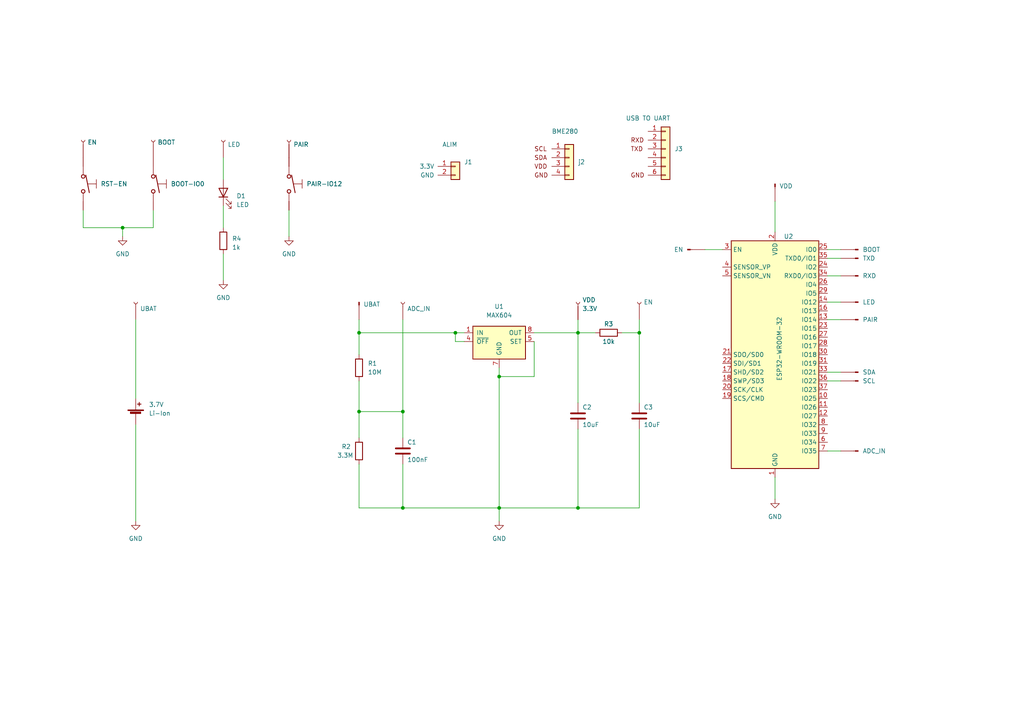
<source format=kicad_sch>
(kicad_sch (version 20230121) (generator eeschema)

  (uuid 59e138e6-7a4f-4e45-aef3-bc79353c10e7)

  (paper "A4")

  (title_block
    (title "airsens V3.0 proto")
    (date "2023-05-27")
    (rev "V3.0")
    (company "JOM52")
    (comment 1 "Nouvelle version avec association semi-automatique")
  )

  (lib_symbols
    (symbol "Analog_Switch:ADG417BR" (pin_names (offset 0.254)) (in_bom yes) (on_board yes)
      (property "Reference" "U?" (at 1.2701 -3.81 90)
        (effects (font (size 1.27 1.27)) (justify left) hide)
      )
      (property "Value" "ADG417BR" (at 8.89 -6.35 90)
        (effects (font (size 1.27 1.27)) (justify left) hide)
      )
      (property "Footprint" "Package_SO:SOIC-8_3.9x4.9mm_P1.27mm" (at -5.08 2.54 0)
        (effects (font (size 1.27 1.27)) hide)
      )
      (property "Datasheet" "https://www.analog.com/media/en/technical-documentation/data-sheets/ADG417.pdf" (at -7.62 -1.27 0)
        (effects (font (size 1.27 1.27)) hide)
      )
      (property "ki_keywords" "CMOS Analog Switch" (at 0 0 0)
        (effects (font (size 1.27 1.27)) hide)
      )
      (property "ki_description" "Single SPST Monolithic LC²MOS Analog Switch, normally OFF, 25Ohm Ron, SOIC-8" (at 0 0 0)
        (effects (font (size 1.27 1.27)) hide)
      )
      (property "ki_fp_filters" "SOIC*3.9x4.9mm*P1.27mm*" (at 0 0 0)
        (effects (font (size 1.27 1.27)) hide)
      )
      (symbol "ADG417BR_0_1"
        (polyline
          (pts
            (xy 0 1.27)
            (xy 0 3.81)
            (xy -1.27 3.81)
            (xy 1.27 3.81)
          )
          (stroke (width 0) (type default))
          (fill (type none))
        )
      )
      (symbol "ADG417BR_1_1"
        (circle (center -2.159 0) (radius 0.508)
          (stroke (width 0.254) (type default))
          (fill (type none))
        )
        (polyline
          (pts
            (xy -5.08 0)
            (xy -2.794 0)
          )
          (stroke (width 0) (type default))
          (fill (type none))
        )
        (polyline
          (pts
            (xy -2.54 0.762)
            (xy 2.54 1.778)
          )
          (stroke (width 0.254) (type default))
          (fill (type none))
        )
        (polyline
          (pts
            (xy 5.08 0)
            (xy 2.794 0)
          )
          (stroke (width 0) (type default))
          (fill (type none))
        )
        (circle (center 2.159 0) (radius 0.508)
          (stroke (width 0.254) (type default))
          (fill (type none))
        )
        (pin passive line (at -7.62 0 0) (length 2.54)
          (name "~" (effects (font (size 1.27 1.27))))
          (number "" (effects (font (size 1.27 1.27))))
        )
        (pin passive line (at 7.62 0 180) (length 2.54)
          (name "~" (effects (font (size 1.27 1.27))))
          (number "" (effects (font (size 1.27 1.27))))
        )
      )
      (symbol "ADG417BR_2_0"
        (pin no_connect line (at -2.54 10.16 270) (length 2.54) hide
          (name "NC" (effects (font (size 1.27 1.27))))
          (number "2" (effects (font (size 1.27 1.27))))
        )
        (pin power_in line (at 0 -12.7 90) (length 2.54)
          (name "GND" (effects (font (size 1.27 1.27))))
          (number "3" (effects (font (size 1.27 1.27))))
        )
        (pin power_in line (at 0 12.7 270) (length 2.54)
          (name "V+" (effects (font (size 1.27 1.27))))
          (number "4" (effects (font (size 1.27 1.27))))
        )
        (pin power_in line (at 2.54 12.7 270) (length 2.54)
          (name "VL" (effects (font (size 1.27 1.27))))
          (number "5" (effects (font (size 1.27 1.27))))
        )
        (pin power_in line (at 2.54 -12.7 90) (length 2.54)
          (name "V-" (effects (font (size 1.27 1.27))))
          (number "7" (effects (font (size 1.27 1.27))))
        )
      )
      (symbol "ADG417BR_2_1"
        (rectangle (start -3.81 10.16) (end 6.35 -10.16)
          (stroke (width 0.254) (type default))
          (fill (type background))
        )
      )
    )
    (symbol "Conn_01x01_Female_1" (pin_numbers hide) (pin_names (offset 1.016) hide) (in_bom yes) (on_board yes)
      (property "Reference" "J" (at 0 2.54 0)
        (effects (font (size 1.27 1.27)))
      )
      (property "Value" "Conn_01x01_Female_1" (at 0 -2.54 0)
        (effects (font (size 1.27 1.27)))
      )
      (property "Footprint" "" (at 0 0 0)
        (effects (font (size 1.27 1.27)) hide)
      )
      (property "Datasheet" "~" (at 0 0 0)
        (effects (font (size 1.27 1.27)) hide)
      )
      (property "ki_keywords" "connector" (at 0 0 0)
        (effects (font (size 1.27 1.27)) hide)
      )
      (property "ki_description" "Generic connector, single row, 01x01, script generated (kicad-library-utils/schlib/autogen/connector/)" (at 0 0 0)
        (effects (font (size 1.27 1.27)) hide)
      )
      (property "ki_fp_filters" "Connector*:*" (at 0 0 0)
        (effects (font (size 1.27 1.27)) hide)
      )
      (symbol "Conn_01x01_Female_1_1_1"
        (polyline
          (pts
            (xy -1.27 0)
            (xy -0.508 0)
          )
          (stroke (width 0.1524) (type default))
          (fill (type none))
        )
        (arc (start 0 0.508) (mid -0.5058 0) (end 0 -0.508)
          (stroke (width 0.1524) (type default))
          (fill (type none))
        )
        (pin passive line (at -5.08 0 0) (length 3.81)
          (name "Pin_1" (effects (font (size 1.27 1.27))))
          (number "1" (effects (font (size 1.27 1.27))))
        )
      )
    )
    (symbol "Conn_01x01_Female_2" (pin_numbers hide) (pin_names (offset 1.016) hide) (in_bom yes) (on_board yes)
      (property "Reference" "J" (at 0 2.54 0)
        (effects (font (size 1.27 1.27)))
      )
      (property "Value" "Conn_01x01_Female_2" (at 0 -2.54 0)
        (effects (font (size 1.27 1.27)))
      )
      (property "Footprint" "" (at 0 0 0)
        (effects (font (size 1.27 1.27)) hide)
      )
      (property "Datasheet" "~" (at 0 0 0)
        (effects (font (size 1.27 1.27)) hide)
      )
      (property "ki_keywords" "connector" (at 0 0 0)
        (effects (font (size 1.27 1.27)) hide)
      )
      (property "ki_description" "Generic connector, single row, 01x01, script generated (kicad-library-utils/schlib/autogen/connector/)" (at 0 0 0)
        (effects (font (size 1.27 1.27)) hide)
      )
      (property "ki_fp_filters" "Connector*:*" (at 0 0 0)
        (effects (font (size 1.27 1.27)) hide)
      )
      (symbol "Conn_01x01_Female_2_1_1"
        (polyline
          (pts
            (xy -1.27 0)
            (xy -0.508 0)
          )
          (stroke (width 0.1524) (type default))
          (fill (type none))
        )
        (arc (start 0 0.508) (mid -0.5058 0) (end 0 -0.508)
          (stroke (width 0.1524) (type default))
          (fill (type none))
        )
        (pin passive line (at -5.08 0 0) (length 3.81)
          (name "Pin_1" (effects (font (size 1.27 1.27))))
          (number "1" (effects (font (size 1.27 1.27))))
        )
      )
    )
    (symbol "Conn_01x01_Male_1" (pin_numbers hide) (pin_names (offset 1.016) hide) (in_bom yes) (on_board yes)
      (property "Reference" "J" (at 0 2.54 0)
        (effects (font (size 1.27 1.27)))
      )
      (property "Value" "Conn_01x01_Male_1" (at 0 -2.54 0)
        (effects (font (size 1.27 1.27)))
      )
      (property "Footprint" "" (at 0 0 0)
        (effects (font (size 1.27 1.27)) hide)
      )
      (property "Datasheet" "~" (at 0 0 0)
        (effects (font (size 1.27 1.27)) hide)
      )
      (property "ki_keywords" "connector" (at 0 0 0)
        (effects (font (size 1.27 1.27)) hide)
      )
      (property "ki_description" "Generic connector, single row, 01x01, script generated (kicad-library-utils/schlib/autogen/connector/)" (at 0 0 0)
        (effects (font (size 1.27 1.27)) hide)
      )
      (property "ki_fp_filters" "Connector*:*" (at 0 0 0)
        (effects (font (size 1.27 1.27)) hide)
      )
      (symbol "Conn_01x01_Male_1_1_1"
        (polyline
          (pts
            (xy 1.27 0)
            (xy 0.8636 0)
          )
          (stroke (width 0.1524) (type default))
          (fill (type none))
        )
        (rectangle (start 0.8636 0.127) (end 0 -0.127)
          (stroke (width 0.1524) (type default))
          (fill (type outline))
        )
        (pin passive line (at 5.08 0 180) (length 3.81)
          (name "Pin_1" (effects (font (size 1.27 1.27))))
          (number "1" (effects (font (size 1.27 1.27))))
        )
      )
    )
    (symbol "Conn_01x01_Male_2" (pin_numbers hide) (pin_names (offset 1.016) hide) (in_bom yes) (on_board yes)
      (property "Reference" "J" (at 0 2.54 0)
        (effects (font (size 1.27 1.27)))
      )
      (property "Value" "Conn_01x01_Male_2" (at 0 -2.54 0)
        (effects (font (size 1.27 1.27)))
      )
      (property "Footprint" "" (at 0 0 0)
        (effects (font (size 1.27 1.27)) hide)
      )
      (property "Datasheet" "~" (at 0 0 0)
        (effects (font (size 1.27 1.27)) hide)
      )
      (property "ki_keywords" "connector" (at 0 0 0)
        (effects (font (size 1.27 1.27)) hide)
      )
      (property "ki_description" "Generic connector, single row, 01x01, script generated (kicad-library-utils/schlib/autogen/connector/)" (at 0 0 0)
        (effects (font (size 1.27 1.27)) hide)
      )
      (property "ki_fp_filters" "Connector*:*" (at 0 0 0)
        (effects (font (size 1.27 1.27)) hide)
      )
      (symbol "Conn_01x01_Male_2_1_1"
        (polyline
          (pts
            (xy 1.27 0)
            (xy 0.8636 0)
          )
          (stroke (width 0.1524) (type default))
          (fill (type none))
        )
        (rectangle (start 0.8636 0.127) (end 0 -0.127)
          (stroke (width 0.1524) (type default))
          (fill (type outline))
        )
        (pin passive line (at 5.08 0 180) (length 3.81)
          (name "Pin_1" (effects (font (size 1.27 1.27))))
          (number "1" (effects (font (size 1.27 1.27))))
        )
      )
    )
    (symbol "Conn_01x01_Male_3" (pin_numbers hide) (pin_names (offset 1.016) hide) (in_bom yes) (on_board yes)
      (property "Reference" "J" (at 0 2.54 0)
        (effects (font (size 1.27 1.27)))
      )
      (property "Value" "Conn_01x01_Male_3" (at 0 -2.54 0)
        (effects (font (size 1.27 1.27)))
      )
      (property "Footprint" "" (at 0 0 0)
        (effects (font (size 1.27 1.27)) hide)
      )
      (property "Datasheet" "~" (at 0 0 0)
        (effects (font (size 1.27 1.27)) hide)
      )
      (property "ki_keywords" "connector" (at 0 0 0)
        (effects (font (size 1.27 1.27)) hide)
      )
      (property "ki_description" "Generic connector, single row, 01x01, script generated (kicad-library-utils/schlib/autogen/connector/)" (at 0 0 0)
        (effects (font (size 1.27 1.27)) hide)
      )
      (property "ki_fp_filters" "Connector*:*" (at 0 0 0)
        (effects (font (size 1.27 1.27)) hide)
      )
      (symbol "Conn_01x01_Male_3_1_1"
        (polyline
          (pts
            (xy 1.27 0)
            (xy 0.8636 0)
          )
          (stroke (width 0.1524) (type default))
          (fill (type none))
        )
        (rectangle (start 0.8636 0.127) (end 0 -0.127)
          (stroke (width 0.1524) (type default))
          (fill (type outline))
        )
        (pin passive line (at 5.08 0 180) (length 3.81)
          (name "Pin_1" (effects (font (size 1.27 1.27))))
          (number "1" (effects (font (size 1.27 1.27))))
        )
      )
    )
    (symbol "Connector:Conn_01x01_Female" (pin_numbers hide) (pin_names (offset 1.016) hide) (in_bom yes) (on_board yes)
      (property "Reference" "J" (at 0 2.54 0)
        (effects (font (size 1.27 1.27)))
      )
      (property "Value" "Conn_01x01_Female" (at 0 -2.54 0)
        (effects (font (size 1.27 1.27)))
      )
      (property "Footprint" "" (at 0 0 0)
        (effects (font (size 1.27 1.27)) hide)
      )
      (property "Datasheet" "~" (at 0 0 0)
        (effects (font (size 1.27 1.27)) hide)
      )
      (property "ki_keywords" "connector" (at 0 0 0)
        (effects (font (size 1.27 1.27)) hide)
      )
      (property "ki_description" "Generic connector, single row, 01x01, script generated (kicad-library-utils/schlib/autogen/connector/)" (at 0 0 0)
        (effects (font (size 1.27 1.27)) hide)
      )
      (property "ki_fp_filters" "Connector*:*" (at 0 0 0)
        (effects (font (size 1.27 1.27)) hide)
      )
      (symbol "Conn_01x01_Female_1_1"
        (polyline
          (pts
            (xy -1.27 0)
            (xy -0.508 0)
          )
          (stroke (width 0.1524) (type default))
          (fill (type none))
        )
        (arc (start 0 0.508) (mid -0.5058 0) (end 0 -0.508)
          (stroke (width 0.1524) (type default))
          (fill (type none))
        )
        (pin passive line (at -5.08 0 0) (length 3.81)
          (name "Pin_1" (effects (font (size 1.27 1.27))))
          (number "1" (effects (font (size 1.27 1.27))))
        )
      )
    )
    (symbol "Connector:Conn_01x01_Male" (pin_numbers hide) (pin_names (offset 1.016) hide) (in_bom yes) (on_board yes)
      (property "Reference" "J" (at 0 2.54 0)
        (effects (font (size 1.27 1.27)))
      )
      (property "Value" "Conn_01x01_Male" (at 0 -2.54 0)
        (effects (font (size 1.27 1.27)))
      )
      (property "Footprint" "" (at 0 0 0)
        (effects (font (size 1.27 1.27)) hide)
      )
      (property "Datasheet" "~" (at 0 0 0)
        (effects (font (size 1.27 1.27)) hide)
      )
      (property "ki_keywords" "connector" (at 0 0 0)
        (effects (font (size 1.27 1.27)) hide)
      )
      (property "ki_description" "Generic connector, single row, 01x01, script generated (kicad-library-utils/schlib/autogen/connector/)" (at 0 0 0)
        (effects (font (size 1.27 1.27)) hide)
      )
      (property "ki_fp_filters" "Connector*:*" (at 0 0 0)
        (effects (font (size 1.27 1.27)) hide)
      )
      (symbol "Conn_01x01_Male_1_1"
        (polyline
          (pts
            (xy 1.27 0)
            (xy 0.8636 0)
          )
          (stroke (width 0.1524) (type default))
          (fill (type none))
        )
        (rectangle (start 0.8636 0.127) (end 0 -0.127)
          (stroke (width 0.1524) (type default))
          (fill (type outline))
        )
        (pin passive line (at 5.08 0 180) (length 3.81)
          (name "Pin_1" (effects (font (size 1.27 1.27))))
          (number "1" (effects (font (size 1.27 1.27))))
        )
      )
    )
    (symbol "Connector_Generic:Conn_01x02" (pin_names (offset 1.016)) (in_bom yes) (on_board yes)
      (property "Reference" "J1" (at 2.54 1.2701 0)
        (effects (font (size 1.27 1.27)) (justify left))
      )
      (property "Value" "ALIM" (at -3.81 6.35 0)
        (effects (font (size 1.27 1.27)) (justify left))
      )
      (property "Footprint" "" (at 0 0 0)
        (effects (font (size 1.27 1.27)) hide)
      )
      (property "Datasheet" "~" (at 0 0 0)
        (effects (font (size 1.27 1.27)) hide)
      )
      (property "ki_keywords" "connector" (at 0 0 0)
        (effects (font (size 1.27 1.27)) hide)
      )
      (property "ki_description" "Generic connector, single row, 01x02, script generated (kicad-library-utils/schlib/autogen/connector/)" (at 0 0 0)
        (effects (font (size 1.27 1.27)) hide)
      )
      (property "ki_fp_filters" "Connector*:*_1x??_*" (at 0 0 0)
        (effects (font (size 1.27 1.27)) hide)
      )
      (symbol "Conn_01x02_1_1"
        (rectangle (start -1.27 -2.413) (end 0 -2.667)
          (stroke (width 0.1524) (type default))
          (fill (type none))
        )
        (rectangle (start -1.27 0.127) (end 0 -0.127)
          (stroke (width 0.1524) (type default))
          (fill (type none))
        )
        (rectangle (start -1.27 1.27) (end 1.27 -3.81)
          (stroke (width 0.254) (type default))
          (fill (type background))
        )
        (pin passive line (at -1.27 0 180) (length 3.81)
          (name "3.3V" (effects (font (size 1.27 1.27))))
          (number "1" (effects (font (size 1.27 1.27))))
        )
        (pin passive line (at -1.27 -2.54 180) (length 3.81)
          (name "GND" (effects (font (size 1.27 1.27))))
          (number "2" (effects (font (size 1.27 1.27))))
        )
      )
    )
    (symbol "Connector_Generic:Conn_01x04" (pin_names (offset 1.016) hide) (in_bom yes) (on_board yes)
      (property "Reference" "j2" (at 2.54 -1.27 0)
        (effects (font (size 1.27 1.27)) (justify left))
      )
      (property "Value" "BME280" (at -5.08 7.62 0)
        (effects (font (size 1.27 1.27)) (justify left))
      )
      (property "Footprint" "" (at 0 0 0)
        (effects (font (size 1.27 1.27)) hide)
      )
      (property "Datasheet" "~" (at 0 0 0)
        (effects (font (size 1.27 1.27)) hide)
      )
      (property "ki_keywords" "connector" (at 0 0 0)
        (effects (font (size 1.27 1.27)) hide)
      )
      (property "ki_description" "Generic connector, single row, 01x04, script generated (kicad-library-utils/schlib/autogen/connector/)" (at 0 0 0)
        (effects (font (size 1.27 1.27)) hide)
      )
      (property "ki_fp_filters" "Connector*:*_1x??_*" (at 0 0 0)
        (effects (font (size 1.27 1.27)) hide)
      )
      (symbol "Conn_01x04_0_0"
        (text "" (at -6.35 8.89 0)
          (effects (font (size 1.27 1.27)))
        )
        (text "" (at -1.27 8.89 0)
          (effects (font (size 1.27 1.27)))
        )
        (text "" (at 2.54 7.62 0)
          (effects (font (size 1.27 1.27)))
        )
        (text "GND" (at -10.16 -5.08 0)
          (effects (font (size 1.27 1.27)) (justify left))
        )
        (text "SCL" (at -10.16 2.54 0)
          (effects (font (size 1.27 1.27)) (justify left))
        )
        (text "SDA" (at -10.16 0 0)
          (effects (font (size 1.27 1.27)) (justify left))
        )
        (text "VDD" (at -10.16 -2.54 0)
          (effects (font (size 1.27 1.27)) (justify left))
        )
      )
      (symbol "Conn_01x04_1_1"
        (rectangle (start -1.27 -4.953) (end 0 -5.207)
          (stroke (width 0.1524) (type default))
          (fill (type none))
        )
        (rectangle (start -1.27 -2.413) (end 0 -2.667)
          (stroke (width 0.1524) (type default))
          (fill (type none))
        )
        (rectangle (start -1.27 0.127) (end 0 -0.127)
          (stroke (width 0.1524) (type default))
          (fill (type none))
        )
        (rectangle (start -1.27 2.667) (end 0 2.413)
          (stroke (width 0.1524) (type default))
          (fill (type none))
        )
        (rectangle (start -1.27 3.81) (end 1.27 -6.35)
          (stroke (width 0.254) (type default))
          (fill (type background))
        )
        (pin passive line (at -5.08 2.54 0) (length 3.81)
          (name "Pin_1" (effects (font (size 1.27 1.27))))
          (number "1" (effects (font (size 1.27 1.27))))
        )
        (pin passive line (at -5.08 0 0) (length 3.81)
          (name "Pin_2" (effects (font (size 1.27 1.27))))
          (number "2" (effects (font (size 1.27 1.27))))
        )
        (pin passive line (at -5.08 -2.54 0) (length 3.81)
          (name "Pin_3" (effects (font (size 1.27 1.27))))
          (number "3" (effects (font (size 1.27 1.27))))
        )
        (pin passive line (at -5.08 -5.08 0) (length 3.81)
          (name "Pin_4" (effects (font (size 1.27 1.27))))
          (number "4" (effects (font (size 1.27 1.27))))
        )
      )
    )
    (symbol "Connector_Generic:Conn_01x06" (pin_names (offset 1.016) hide) (in_bom yes) (on_board yes)
      (property "Reference" "J3" (at 3.81 0 0)
        (effects (font (size 1.27 1.27)))
      )
      (property "Value" "USB TO UART" (at -5.08 8.89 0)
        (effects (font (size 1.27 1.27)))
      )
      (property "Footprint" "" (at 0 0 0)
        (effects (font (size 1.27 1.27)) hide)
      )
      (property "Datasheet" "~" (at 0 0 0)
        (effects (font (size 1.27 1.27)) hide)
      )
      (property "ki_keywords" "connector" (at 0 0 0)
        (effects (font (size 1.27 1.27)) hide)
      )
      (property "ki_description" "Generic connector, single row, 01x06, script generated (kicad-library-utils/schlib/autogen/connector/)" (at 0 0 0)
        (effects (font (size 1.27 1.27)) hide)
      )
      (property "ki_fp_filters" "Connector*:*_1x??_*" (at 0 0 0)
        (effects (font (size 1.27 1.27)) hide)
      )
      (symbol "Conn_01x06_0_0"
        (text "GND" (at -10.16 -7.62 0)
          (effects (font (size 1.27 1.27)) (justify left))
        )
        (text "RXD" (at -10.16 2.54 0)
          (effects (font (size 1.27 1.27)) (justify left))
        )
        (text "TXD" (at -10.16 0 0)
          (effects (font (size 1.27 1.27)) (justify left))
        )
      )
      (symbol "Conn_01x06_1_1"
        (rectangle (start -1.27 -7.493) (end 0 -7.747)
          (stroke (width 0.1524) (type default))
          (fill (type none))
        )
        (rectangle (start -1.27 -4.953) (end 0 -5.207)
          (stroke (width 0.1524) (type default))
          (fill (type none))
        )
        (rectangle (start -1.27 -2.413) (end 0 -2.667)
          (stroke (width 0.1524) (type default))
          (fill (type none))
        )
        (rectangle (start -1.27 0.127) (end 0 -0.127)
          (stroke (width 0.1524) (type default))
          (fill (type none))
        )
        (rectangle (start -1.27 2.667) (end 0 2.413)
          (stroke (width 0.1524) (type default))
          (fill (type none))
        )
        (rectangle (start -1.27 5.207) (end 0 4.953)
          (stroke (width 0.1524) (type default))
          (fill (type none))
        )
        (rectangle (start -1.27 6.35) (end 1.27 -8.89)
          (stroke (width 0.254) (type default))
          (fill (type background))
        )
        (pin passive line (at -5.08 5.08 0) (length 3.81)
          (name "Pin_1" (effects (font (size 1.27 1.27))))
          (number "1" (effects (font (size 1.27 1.27))))
        )
        (pin passive line (at -5.08 2.54 0) (length 3.81)
          (name "Pin_2" (effects (font (size 1.27 1.27))))
          (number "2" (effects (font (size 1.27 1.27))))
        )
        (pin passive line (at -5.08 0 0) (length 3.81)
          (name "Pin_3" (effects (font (size 1.27 1.27))))
          (number "3" (effects (font (size 1.27 1.27))))
        )
        (pin passive line (at -5.08 -2.54 0) (length 3.81)
          (name "Pin_4" (effects (font (size 1.27 1.27))))
          (number "4" (effects (font (size 1.27 1.27))))
        )
        (pin passive line (at -5.08 -5.08 0) (length 3.81)
          (name "Pin_5" (effects (font (size 1.27 1.27))))
          (number "5" (effects (font (size 1.27 1.27))))
        )
        (pin passive line (at -5.08 -7.62 0) (length 3.81)
          (name "Pin_6" (effects (font (size 1.27 1.27))))
          (number "6" (effects (font (size 1.27 1.27))))
        )
      )
    )
    (symbol "Device:Battery_Cell" (pin_numbers hide) (pin_names (offset 0) hide) (in_bom yes) (on_board yes)
      (property "Reference" "BT" (at 2.54 2.54 0)
        (effects (font (size 1.27 1.27)) (justify left))
      )
      (property "Value" "Battery_Cell" (at 2.54 0 0)
        (effects (font (size 1.27 1.27)) (justify left))
      )
      (property "Footprint" "" (at 0 1.524 90)
        (effects (font (size 1.27 1.27)) hide)
      )
      (property "Datasheet" "~" (at 0 1.524 90)
        (effects (font (size 1.27 1.27)) hide)
      )
      (property "ki_keywords" "battery cell" (at 0 0 0)
        (effects (font (size 1.27 1.27)) hide)
      )
      (property "ki_description" "Single-cell battery" (at 0 0 0)
        (effects (font (size 1.27 1.27)) hide)
      )
      (symbol "Battery_Cell_0_1"
        (rectangle (start -2.286 1.778) (end 2.286 1.524)
          (stroke (width 0) (type default))
          (fill (type outline))
        )
        (rectangle (start -1.5748 1.1938) (end 1.4732 0.6858)
          (stroke (width 0) (type default))
          (fill (type outline))
        )
        (polyline
          (pts
            (xy 0 0.762)
            (xy 0 0)
          )
          (stroke (width 0) (type default))
          (fill (type none))
        )
        (polyline
          (pts
            (xy 0 1.778)
            (xy 0 2.54)
          )
          (stroke (width 0) (type default))
          (fill (type none))
        )
        (polyline
          (pts
            (xy 0.508 3.429)
            (xy 1.524 3.429)
          )
          (stroke (width 0.254) (type default))
          (fill (type none))
        )
        (polyline
          (pts
            (xy 1.016 3.937)
            (xy 1.016 2.921)
          )
          (stroke (width 0.254) (type default))
          (fill (type none))
        )
      )
      (symbol "Battery_Cell_1_1"
        (pin passive line (at 0 5.08 270) (length 2.54)
          (name "+" (effects (font (size 1.27 1.27))))
          (number "1" (effects (font (size 1.27 1.27))))
        )
        (pin passive line (at 0 -2.54 90) (length 2.54)
          (name "-" (effects (font (size 1.27 1.27))))
          (number "2" (effects (font (size 1.27 1.27))))
        )
      )
    )
    (symbol "Device:C" (pin_numbers hide) (pin_names (offset 0.254)) (in_bom yes) (on_board yes)
      (property "Reference" "C" (at 0.635 2.54 0)
        (effects (font (size 1.27 1.27)) (justify left))
      )
      (property "Value" "C" (at 0.635 -2.54 0)
        (effects (font (size 1.27 1.27)) (justify left))
      )
      (property "Footprint" "" (at 0.9652 -3.81 0)
        (effects (font (size 1.27 1.27)) hide)
      )
      (property "Datasheet" "~" (at 0 0 0)
        (effects (font (size 1.27 1.27)) hide)
      )
      (property "ki_keywords" "cap capacitor" (at 0 0 0)
        (effects (font (size 1.27 1.27)) hide)
      )
      (property "ki_description" "Unpolarized capacitor" (at 0 0 0)
        (effects (font (size 1.27 1.27)) hide)
      )
      (property "ki_fp_filters" "C_*" (at 0 0 0)
        (effects (font (size 1.27 1.27)) hide)
      )
      (symbol "C_0_1"
        (polyline
          (pts
            (xy -2.032 -0.762)
            (xy 2.032 -0.762)
          )
          (stroke (width 0.508) (type default))
          (fill (type none))
        )
        (polyline
          (pts
            (xy -2.032 0.762)
            (xy 2.032 0.762)
          )
          (stroke (width 0.508) (type default))
          (fill (type none))
        )
      )
      (symbol "C_1_1"
        (pin passive line (at 0 3.81 270) (length 2.794)
          (name "~" (effects (font (size 1.27 1.27))))
          (number "1" (effects (font (size 1.27 1.27))))
        )
        (pin passive line (at 0 -3.81 90) (length 2.794)
          (name "~" (effects (font (size 1.27 1.27))))
          (number "2" (effects (font (size 1.27 1.27))))
        )
      )
    )
    (symbol "Device:LED" (pin_numbers hide) (pin_names (offset 1.016) hide) (in_bom yes) (on_board yes)
      (property "Reference" "D" (at 0 2.54 0)
        (effects (font (size 1.27 1.27)))
      )
      (property "Value" "LED" (at 0 -2.54 0)
        (effects (font (size 1.27 1.27)))
      )
      (property "Footprint" "" (at 0 0 0)
        (effects (font (size 1.27 1.27)) hide)
      )
      (property "Datasheet" "~" (at 0 0 0)
        (effects (font (size 1.27 1.27)) hide)
      )
      (property "ki_keywords" "LED diode" (at 0 0 0)
        (effects (font (size 1.27 1.27)) hide)
      )
      (property "ki_description" "Light emitting diode" (at 0 0 0)
        (effects (font (size 1.27 1.27)) hide)
      )
      (property "ki_fp_filters" "LED* LED_SMD:* LED_THT:*" (at 0 0 0)
        (effects (font (size 1.27 1.27)) hide)
      )
      (symbol "LED_0_1"
        (polyline
          (pts
            (xy -1.27 -1.27)
            (xy -1.27 1.27)
          )
          (stroke (width 0.254) (type default))
          (fill (type none))
        )
        (polyline
          (pts
            (xy -1.27 0)
            (xy 1.27 0)
          )
          (stroke (width 0) (type default))
          (fill (type none))
        )
        (polyline
          (pts
            (xy 1.27 -1.27)
            (xy 1.27 1.27)
            (xy -1.27 0)
            (xy 1.27 -1.27)
          )
          (stroke (width 0.254) (type default))
          (fill (type none))
        )
        (polyline
          (pts
            (xy -3.048 -0.762)
            (xy -4.572 -2.286)
            (xy -3.81 -2.286)
            (xy -4.572 -2.286)
            (xy -4.572 -1.524)
          )
          (stroke (width 0) (type default))
          (fill (type none))
        )
        (polyline
          (pts
            (xy -1.778 -0.762)
            (xy -3.302 -2.286)
            (xy -2.54 -2.286)
            (xy -3.302 -2.286)
            (xy -3.302 -1.524)
          )
          (stroke (width 0) (type default))
          (fill (type none))
        )
      )
      (symbol "LED_1_1"
        (pin passive line (at -3.81 0 0) (length 2.54)
          (name "K" (effects (font (size 1.27 1.27))))
          (number "1" (effects (font (size 1.27 1.27))))
        )
        (pin passive line (at 3.81 0 180) (length 2.54)
          (name "A" (effects (font (size 1.27 1.27))))
          (number "2" (effects (font (size 1.27 1.27))))
        )
      )
    )
    (symbol "Device:R" (pin_numbers hide) (pin_names (offset 0)) (in_bom yes) (on_board yes)
      (property "Reference" "R" (at 2.032 0 90)
        (effects (font (size 1.27 1.27)))
      )
      (property "Value" "R" (at 0 0 90)
        (effects (font (size 1.27 1.27)))
      )
      (property "Footprint" "" (at -1.778 0 90)
        (effects (font (size 1.27 1.27)) hide)
      )
      (property "Datasheet" "~" (at 0 0 0)
        (effects (font (size 1.27 1.27)) hide)
      )
      (property "ki_keywords" "R res resistor" (at 0 0 0)
        (effects (font (size 1.27 1.27)) hide)
      )
      (property "ki_description" "Resistor" (at 0 0 0)
        (effects (font (size 1.27 1.27)) hide)
      )
      (property "ki_fp_filters" "R_*" (at 0 0 0)
        (effects (font (size 1.27 1.27)) hide)
      )
      (symbol "R_0_1"
        (rectangle (start -1.016 -2.54) (end 1.016 2.54)
          (stroke (width 0.254) (type default))
          (fill (type none))
        )
      )
      (symbol "R_1_1"
        (pin passive line (at 0 3.81 270) (length 1.27)
          (name "~" (effects (font (size 1.27 1.27))))
          (number "1" (effects (font (size 1.27 1.27))))
        )
        (pin passive line (at 0 -3.81 90) (length 1.27)
          (name "~" (effects (font (size 1.27 1.27))))
          (number "2" (effects (font (size 1.27 1.27))))
        )
      )
    )
    (symbol "RF_Module:ESP32-WROOM-32" (in_bom yes) (on_board yes)
      (property "Reference" "U" (at -12.7 34.29 0)
        (effects (font (size 1.27 1.27)) (justify left))
      )
      (property "Value" "ESP32-WROOM-32" (at 1.27 34.29 0)
        (effects (font (size 1.27 1.27)) (justify left))
      )
      (property "Footprint" "RF_Module:ESP32-WROOM-32" (at 0 -38.1 0)
        (effects (font (size 1.27 1.27)) hide)
      )
      (property "Datasheet" "https://www.espressif.com/sites/default/files/documentation/esp32-wroom-32_datasheet_en.pdf" (at -7.62 1.27 0)
        (effects (font (size 1.27 1.27)) hide)
      )
      (property "ki_keywords" "RF Radio BT ESP ESP32 Espressif onboard PCB antenna" (at 0 0 0)
        (effects (font (size 1.27 1.27)) hide)
      )
      (property "ki_description" "RF Module, ESP32-D0WDQ6 SoC, Wi-Fi 802.11b/g/n, Bluetooth, BLE, 32-bit, 2.7-3.6V, onboard antenna, SMD" (at 0 0 0)
        (effects (font (size 1.27 1.27)) hide)
      )
      (property "ki_fp_filters" "ESP32?WROOM?32*" (at 0 0 0)
        (effects (font (size 1.27 1.27)) hide)
      )
      (symbol "ESP32-WROOM-32_0_1"
        (rectangle (start -12.7 33.02) (end 12.7 -33.02)
          (stroke (width 0.254) (type default))
          (fill (type background))
        )
      )
      (symbol "ESP32-WROOM-32_1_1"
        (pin power_in line (at 0 -35.56 90) (length 2.54)
          (name "GND" (effects (font (size 1.27 1.27))))
          (number "1" (effects (font (size 1.27 1.27))))
        )
        (pin bidirectional line (at 15.24 -12.7 180) (length 2.54)
          (name "IO25" (effects (font (size 1.27 1.27))))
          (number "10" (effects (font (size 1.27 1.27))))
        )
        (pin bidirectional line (at 15.24 -15.24 180) (length 2.54)
          (name "IO26" (effects (font (size 1.27 1.27))))
          (number "11" (effects (font (size 1.27 1.27))))
        )
        (pin bidirectional line (at 15.24 -17.78 180) (length 2.54)
          (name "IO27" (effects (font (size 1.27 1.27))))
          (number "12" (effects (font (size 1.27 1.27))))
        )
        (pin bidirectional line (at 15.24 10.16 180) (length 2.54)
          (name "IO14" (effects (font (size 1.27 1.27))))
          (number "13" (effects (font (size 1.27 1.27))))
        )
        (pin bidirectional line (at 15.24 15.24 180) (length 2.54)
          (name "IO12" (effects (font (size 1.27 1.27))))
          (number "14" (effects (font (size 1.27 1.27))))
        )
        (pin passive line (at 0 -35.56 90) (length 2.54) hide
          (name "GND" (effects (font (size 1.27 1.27))))
          (number "15" (effects (font (size 1.27 1.27))))
        )
        (pin bidirectional line (at 15.24 12.7 180) (length 2.54)
          (name "IO13" (effects (font (size 1.27 1.27))))
          (number "16" (effects (font (size 1.27 1.27))))
        )
        (pin bidirectional line (at -15.24 -5.08 0) (length 2.54)
          (name "SHD/SD2" (effects (font (size 1.27 1.27))))
          (number "17" (effects (font (size 1.27 1.27))))
        )
        (pin bidirectional line (at -15.24 -7.62 0) (length 2.54)
          (name "SWP/SD3" (effects (font (size 1.27 1.27))))
          (number "18" (effects (font (size 1.27 1.27))))
        )
        (pin bidirectional line (at -15.24 -12.7 0) (length 2.54)
          (name "SCS/CMD" (effects (font (size 1.27 1.27))))
          (number "19" (effects (font (size 1.27 1.27))))
        )
        (pin power_in line (at 0 35.56 270) (length 2.54)
          (name "VDD" (effects (font (size 1.27 1.27))))
          (number "2" (effects (font (size 1.27 1.27))))
        )
        (pin bidirectional line (at -15.24 -10.16 0) (length 2.54)
          (name "SCK/CLK" (effects (font (size 1.27 1.27))))
          (number "20" (effects (font (size 1.27 1.27))))
        )
        (pin bidirectional line (at -15.24 0 0) (length 2.54)
          (name "SDO/SD0" (effects (font (size 1.27 1.27))))
          (number "21" (effects (font (size 1.27 1.27))))
        )
        (pin bidirectional line (at -15.24 -2.54 0) (length 2.54)
          (name "SDI/SD1" (effects (font (size 1.27 1.27))))
          (number "22" (effects (font (size 1.27 1.27))))
        )
        (pin bidirectional line (at 15.24 7.62 180) (length 2.54)
          (name "IO15" (effects (font (size 1.27 1.27))))
          (number "23" (effects (font (size 1.27 1.27))))
        )
        (pin bidirectional line (at 15.24 25.4 180) (length 2.54)
          (name "IO2" (effects (font (size 1.27 1.27))))
          (number "24" (effects (font (size 1.27 1.27))))
        )
        (pin bidirectional line (at 15.24 30.48 180) (length 2.54)
          (name "IO0" (effects (font (size 1.27 1.27))))
          (number "25" (effects (font (size 1.27 1.27))))
        )
        (pin bidirectional line (at 15.24 20.32 180) (length 2.54)
          (name "IO4" (effects (font (size 1.27 1.27))))
          (number "26" (effects (font (size 1.27 1.27))))
        )
        (pin bidirectional line (at 15.24 5.08 180) (length 2.54)
          (name "IO16" (effects (font (size 1.27 1.27))))
          (number "27" (effects (font (size 1.27 1.27))))
        )
        (pin bidirectional line (at 15.24 2.54 180) (length 2.54)
          (name "IO17" (effects (font (size 1.27 1.27))))
          (number "28" (effects (font (size 1.27 1.27))))
        )
        (pin bidirectional line (at 15.24 17.78 180) (length 2.54)
          (name "IO5" (effects (font (size 1.27 1.27))))
          (number "29" (effects (font (size 1.27 1.27))))
        )
        (pin input line (at -15.24 30.48 0) (length 2.54)
          (name "EN" (effects (font (size 1.27 1.27))))
          (number "3" (effects (font (size 1.27 1.27))))
        )
        (pin bidirectional line (at 15.24 0 180) (length 2.54)
          (name "IO18" (effects (font (size 1.27 1.27))))
          (number "30" (effects (font (size 1.27 1.27))))
        )
        (pin bidirectional line (at 15.24 -2.54 180) (length 2.54)
          (name "IO19" (effects (font (size 1.27 1.27))))
          (number "31" (effects (font (size 1.27 1.27))))
        )
        (pin no_connect line (at -12.7 -27.94 0) (length 2.54) hide
          (name "NC" (effects (font (size 1.27 1.27))))
          (number "32" (effects (font (size 1.27 1.27))))
        )
        (pin bidirectional line (at 15.24 -5.08 180) (length 2.54)
          (name "IO21" (effects (font (size 1.27 1.27))))
          (number "33" (effects (font (size 1.27 1.27))))
        )
        (pin bidirectional line (at 15.24 22.86 180) (length 2.54)
          (name "RXD0/IO3" (effects (font (size 1.27 1.27))))
          (number "34" (effects (font (size 1.27 1.27))))
        )
        (pin bidirectional line (at 15.24 27.94 180) (length 2.54)
          (name "TXD0/IO1" (effects (font (size 1.27 1.27))))
          (number "35" (effects (font (size 1.27 1.27))))
        )
        (pin bidirectional line (at 15.24 -7.62 180) (length 2.54)
          (name "IO22" (effects (font (size 1.27 1.27))))
          (number "36" (effects (font (size 1.27 1.27))))
        )
        (pin bidirectional line (at 15.24 -10.16 180) (length 2.54)
          (name "IO23" (effects (font (size 1.27 1.27))))
          (number "37" (effects (font (size 1.27 1.27))))
        )
        (pin passive line (at 0 -35.56 90) (length 2.54) hide
          (name "GND" (effects (font (size 1.27 1.27))))
          (number "38" (effects (font (size 1.27 1.27))))
        )
        (pin passive line (at 0 -35.56 90) (length 2.54) hide
          (name "GND" (effects (font (size 1.27 1.27))))
          (number "39" (effects (font (size 1.27 1.27))))
        )
        (pin input line (at -15.24 25.4 0) (length 2.54)
          (name "SENSOR_VP" (effects (font (size 1.27 1.27))))
          (number "4" (effects (font (size 1.27 1.27))))
        )
        (pin input line (at -15.24 22.86 0) (length 2.54)
          (name "SENSOR_VN" (effects (font (size 1.27 1.27))))
          (number "5" (effects (font (size 1.27 1.27))))
        )
        (pin input line (at 15.24 -25.4 180) (length 2.54)
          (name "IO34" (effects (font (size 1.27 1.27))))
          (number "6" (effects (font (size 1.27 1.27))))
        )
        (pin input line (at 15.24 -27.94 180) (length 2.54)
          (name "IO35" (effects (font (size 1.27 1.27))))
          (number "7" (effects (font (size 1.27 1.27))))
        )
        (pin bidirectional line (at 15.24 -20.32 180) (length 2.54)
          (name "IO32" (effects (font (size 1.27 1.27))))
          (number "8" (effects (font (size 1.27 1.27))))
        )
        (pin bidirectional line (at 15.24 -22.86 180) (length 2.54)
          (name "IO33" (effects (font (size 1.27 1.27))))
          (number "9" (effects (font (size 1.27 1.27))))
        )
      )
    )
    (symbol "Regulator_Linear:MAX604" (pin_names (offset 1.016)) (in_bom yes) (on_board yes)
      (property "Reference" "U" (at -6.35 5.715 0)
        (effects (font (size 1.27 1.27)))
      )
      (property "Value" "MAX604" (at 0 5.715 0)
        (effects (font (size 1.27 1.27)) (justify left))
      )
      (property "Footprint" "" (at 0 8.255 0)
        (effects (font (size 1.27 1.27) italic) hide)
      )
      (property "Datasheet" "http://datasheets.maximintegrated.com/en/ds/MAX603-MAX604.pdf" (at 0 -1.27 0)
        (effects (font (size 1.27 1.27)) hide)
      )
      (property "ki_keywords" "Linear LDO Regulator 500mA 3.3V fixed" (at 0 0 0)
        (effects (font (size 1.27 1.27)) hide)
      )
      (property "ki_description" "500mA Linear LDO Regulator, Fixed Output 3.3V, DIP-8/SO-8" (at 0 0 0)
        (effects (font (size 1.27 1.27)) hide)
      )
      (property "ki_fp_filters" "DIP*W7.62mm* SOIC*3.9x4.9mm*P1.27mm*" (at 0 0 0)
        (effects (font (size 1.27 1.27)) hide)
      )
      (symbol "MAX604_0_1"
        (rectangle (start -7.62 4.445) (end 7.62 -5.08)
          (stroke (width 0.254) (type default))
          (fill (type background))
        )
      )
      (symbol "MAX604_1_1"
        (pin power_in line (at -10.16 2.54 0) (length 2.54)
          (name "IN" (effects (font (size 1.27 1.27))))
          (number "1" (effects (font (size 1.27 1.27))))
        )
        (pin passive line (at 0 -7.62 90) (length 2.54) hide
          (name "GND" (effects (font (size 1.27 1.27))))
          (number "2" (effects (font (size 1.27 1.27))))
        )
        (pin passive line (at 0 -7.62 90) (length 2.54) hide
          (name "GND" (effects (font (size 1.27 1.27))))
          (number "3" (effects (font (size 1.27 1.27))))
        )
        (pin input line (at -10.16 0 0) (length 2.54)
          (name "~{OFF}" (effects (font (size 1.27 1.27))))
          (number "4" (effects (font (size 1.27 1.27))))
        )
        (pin passive line (at 10.16 0 180) (length 2.54)
          (name "SET" (effects (font (size 1.27 1.27))))
          (number "5" (effects (font (size 1.27 1.27))))
        )
        (pin passive line (at 0 -7.62 90) (length 2.54) hide
          (name "GND" (effects (font (size 1.27 1.27))))
          (number "6" (effects (font (size 1.27 1.27))))
        )
        (pin power_in line (at 0 -7.62 90) (length 2.54)
          (name "GND" (effects (font (size 1.27 1.27))))
          (number "7" (effects (font (size 1.27 1.27))))
        )
        (pin power_out line (at 10.16 2.54 180) (length 2.54)
          (name "OUT" (effects (font (size 1.27 1.27))))
          (number "8" (effects (font (size 1.27 1.27))))
        )
      )
    )
    (symbol "power:GND" (power) (pin_names (offset 0)) (in_bom yes) (on_board yes)
      (property "Reference" "#PWR" (at 0 -6.35 0)
        (effects (font (size 1.27 1.27)) hide)
      )
      (property "Value" "GND" (at 0 -3.81 0)
        (effects (font (size 1.27 1.27)))
      )
      (property "Footprint" "" (at 0 0 0)
        (effects (font (size 1.27 1.27)) hide)
      )
      (property "Datasheet" "" (at 0 0 0)
        (effects (font (size 1.27 1.27)) hide)
      )
      (property "ki_keywords" "power-flag" (at 0 0 0)
        (effects (font (size 1.27 1.27)) hide)
      )
      (property "ki_description" "Power symbol creates a global label with name \"GND\" , ground" (at 0 0 0)
        (effects (font (size 1.27 1.27)) hide)
      )
      (symbol "GND_0_1"
        (polyline
          (pts
            (xy 0 0)
            (xy 0 -1.27)
            (xy 1.27 -1.27)
            (xy 0 -2.54)
            (xy -1.27 -1.27)
            (xy 0 -1.27)
          )
          (stroke (width 0) (type default))
          (fill (type none))
        )
      )
      (symbol "GND_1_1"
        (pin power_in line (at 0 0 270) (length 0) hide
          (name "GND" (effects (font (size 1.27 1.27))))
          (number "1" (effects (font (size 1.27 1.27))))
        )
      )
    )
  )

  (junction (at 116.84 147.32) (diameter 0) (color 0 0 0 0)
    (uuid 330559f3-5d4d-4ee1-9c67-9f97d8cc9311)
  )
  (junction (at 144.78 109.22) (diameter 0) (color 0 0 0 0)
    (uuid 405ac5f9-4485-40bf-88ef-fd676eb4bd23)
  )
  (junction (at 35.56 66.04) (diameter 0) (color 0 0 0 0)
    (uuid 46737813-2e6b-4c70-b730-ad68f1a74100)
  )
  (junction (at 132.08 96.52) (diameter 0) (color 0 0 0 0)
    (uuid 60819ca8-a37d-4206-815d-b4c616a8bbfe)
  )
  (junction (at 185.42 96.52) (diameter 0) (color 0 0 0 0)
    (uuid 85d13a89-c835-4fa6-8484-dc5a180077f2)
  )
  (junction (at 144.78 147.32) (diameter 0) (color 0 0 0 0)
    (uuid 89443180-176a-451e-90bb-ea270bccdc5f)
  )
  (junction (at 167.64 147.32) (diameter 0) (color 0 0 0 0)
    (uuid ce023fd4-b74b-492a-a1fd-63d3cc66e3b6)
  )
  (junction (at 104.14 119.38) (diameter 0) (color 0 0 0 0)
    (uuid d4f1ac6f-e502-4674-b105-67a21f3a5153)
  )
  (junction (at 116.84 119.38) (diameter 0) (color 0 0 0 0)
    (uuid dcad4c0d-49ba-447d-b6d7-c4e0df87450c)
  )
  (junction (at 167.64 96.52) (diameter 0) (color 0 0 0 0)
    (uuid e0d564dc-a256-4dc7-849e-f355652d6cdc)
  )
  (junction (at 104.14 96.52) (diameter 0) (color 0 0 0 0)
    (uuid f3e91314-1593-4e3d-804f-5e3bb42c2a70)
  )

  (wire (pts (xy 116.84 92.71) (xy 116.84 119.38))
    (stroke (width 0) (type default))
    (uuid 023cba9e-a358-450d-ac4f-cdc37f778475)
  )
  (wire (pts (xy 44.45 66.04) (xy 35.56 66.04))
    (stroke (width 0) (type default))
    (uuid 051cbb23-bc35-4a2b-a6ef-845f4a762e49)
  )
  (wire (pts (xy 224.79 138.43) (xy 224.79 144.78))
    (stroke (width 0) (type default))
    (uuid 0ac8b627-a52c-4d23-b76f-bb43007fc729)
  )
  (wire (pts (xy 134.62 99.06) (xy 132.08 99.06))
    (stroke (width 0) (type default))
    (uuid 14ed5c55-4d3f-45ea-9660-56a7902be81f)
  )
  (wire (pts (xy 39.37 123.19) (xy 39.37 151.13))
    (stroke (width 0) (type default))
    (uuid 16f39861-a696-4430-bd02-9c450e8d0d70)
  )
  (wire (pts (xy 185.42 92.71) (xy 185.42 96.52))
    (stroke (width 0) (type default))
    (uuid 1c42cbe2-4802-4f06-a832-05e9e3fbb651)
  )
  (wire (pts (xy 167.64 92.71) (xy 167.64 96.52))
    (stroke (width 0) (type default))
    (uuid 1e422ba2-864f-4f03-8d37-443052ec1016)
  )
  (wire (pts (xy 132.08 96.52) (xy 134.62 96.52))
    (stroke (width 0) (type default))
    (uuid 1f501250-3208-4297-9470-6e55fb73abf8)
  )
  (wire (pts (xy 104.14 119.38) (xy 116.84 119.38))
    (stroke (width 0) (type default))
    (uuid 24543f9a-520c-421e-b4c1-0e27dc71c244)
  )
  (wire (pts (xy 144.78 147.32) (xy 144.78 151.13))
    (stroke (width 0) (type default))
    (uuid 24d48439-5ea3-4843-ae91-d3fab3a75233)
  )
  (wire (pts (xy 144.78 109.22) (xy 154.94 109.22))
    (stroke (width 0) (type default))
    (uuid 356c9cca-83e9-4a09-9f16-43230dfefa37)
  )
  (wire (pts (xy 167.64 96.52) (xy 167.64 116.84))
    (stroke (width 0) (type default))
    (uuid 3d6e28fb-8896-41c4-b082-6c563f6f504d)
  )
  (wire (pts (xy 39.37 92.71) (xy 39.37 115.57))
    (stroke (width 0) (type default))
    (uuid 407708b6-6fa2-46a9-8de4-0ebb11e3c2e0)
  )
  (wire (pts (xy 240.03 110.49) (xy 243.84 110.49))
    (stroke (width 0) (type default))
    (uuid 421ba4b4-e59f-4ac6-843b-95b68f6c1273)
  )
  (wire (pts (xy 64.77 73.66) (xy 64.77 81.28))
    (stroke (width 0) (type default))
    (uuid 43ed45a3-a121-4c97-8238-a20dbae03b55)
  )
  (wire (pts (xy 185.42 96.52) (xy 185.42 116.84))
    (stroke (width 0) (type default))
    (uuid 4553ad5c-59e9-4a2f-b7dc-005568124c1c)
  )
  (wire (pts (xy 35.56 66.04) (xy 24.13 66.04))
    (stroke (width 0) (type default))
    (uuid 4a29488e-e14b-41d8-b297-c88e4db86d98)
  )
  (wire (pts (xy 116.84 147.32) (xy 144.78 147.32))
    (stroke (width 0) (type default))
    (uuid 4b75ec41-6413-4439-a0e5-93b36f34ebcd)
  )
  (wire (pts (xy 154.94 96.52) (xy 167.64 96.52))
    (stroke (width 0) (type default))
    (uuid 4d34bfce-7aec-46db-9385-d060c5698a6f)
  )
  (wire (pts (xy 144.78 106.68) (xy 144.78 109.22))
    (stroke (width 0) (type default))
    (uuid 5055d6d2-a6a5-432b-8dd0-a35f576b7638)
  )
  (wire (pts (xy 35.56 66.04) (xy 35.56 68.58))
    (stroke (width 0) (type default))
    (uuid 5bb571d5-d0c1-494d-adbc-a87ef5d06aab)
  )
  (wire (pts (xy 132.08 96.52) (xy 132.08 99.06))
    (stroke (width 0) (type default))
    (uuid 60f1d490-5f5b-4a23-ba83-8a1f0d0d993d)
  )
  (wire (pts (xy 240.03 80.01) (xy 243.84 80.01))
    (stroke (width 0) (type default))
    (uuid 6238224e-0703-419c-90a3-b2ca62fb6518)
  )
  (wire (pts (xy 240.03 87.63) (xy 243.84 87.63))
    (stroke (width 0) (type default))
    (uuid 6918af2f-4ec6-4b82-8bf9-d4807801533b)
  )
  (wire (pts (xy 44.45 60.96) (xy 44.45 66.04))
    (stroke (width 0) (type default))
    (uuid 69f3f3bb-d88b-4970-95e5-4f0477209228)
  )
  (wire (pts (xy 24.13 60.96) (xy 24.13 66.04))
    (stroke (width 0) (type default))
    (uuid 6bd78247-7cdd-4b52-8901-8deab978dde2)
  )
  (wire (pts (xy 144.78 109.22) (xy 144.78 147.32))
    (stroke (width 0) (type default))
    (uuid 7aee47de-5235-4eb9-b537-0dad865a3ad4)
  )
  (wire (pts (xy 83.82 60.96) (xy 83.82 68.58))
    (stroke (width 0) (type default))
    (uuid 7ffe05c6-02a7-41c4-8683-7b549968bebb)
  )
  (wire (pts (xy 144.78 147.32) (xy 167.64 147.32))
    (stroke (width 0) (type default))
    (uuid 813d4818-60b1-49ab-a459-8ca4be826790)
  )
  (wire (pts (xy 180.34 96.52) (xy 185.42 96.52))
    (stroke (width 0) (type default))
    (uuid 8658386f-37c6-4f2c-aaea-da1f8e94e4eb)
  )
  (wire (pts (xy 104.14 96.52) (xy 104.14 102.87))
    (stroke (width 0) (type default))
    (uuid 88a039e5-0688-4bd2-be55-e5c57a6ca898)
  )
  (wire (pts (xy 167.64 96.52) (xy 172.72 96.52))
    (stroke (width 0) (type default))
    (uuid 899b9d21-f1d2-4dbf-afcd-820f35a209cc)
  )
  (wire (pts (xy 167.64 124.46) (xy 167.64 147.32))
    (stroke (width 0) (type default))
    (uuid 89afb290-b0ff-42fa-ae03-51c73e48d3aa)
  )
  (wire (pts (xy 104.14 147.32) (xy 116.84 147.32))
    (stroke (width 0) (type default))
    (uuid 8d9ff24c-215b-49c7-a743-f15041e488b2)
  )
  (wire (pts (xy 185.42 147.32) (xy 167.64 147.32))
    (stroke (width 0) (type default))
    (uuid 90e7ca8c-0c4f-46d3-ba1c-ab94968b380d)
  )
  (wire (pts (xy 64.77 45.72) (xy 64.77 52.07))
    (stroke (width 0) (type default))
    (uuid 96b19806-9fb5-4223-a455-12fd77219c6c)
  )
  (wire (pts (xy 224.79 58.42) (xy 224.79 67.31))
    (stroke (width 0) (type default))
    (uuid 98e05f24-d18f-4407-b322-c42cfb22f744)
  )
  (wire (pts (xy 240.03 107.95) (xy 243.84 107.95))
    (stroke (width 0) (type default))
    (uuid a6f15540-4aac-4e1d-9bb4-675bcff748a7)
  )
  (wire (pts (xy 104.14 119.38) (xy 104.14 127))
    (stroke (width 0) (type default))
    (uuid a9b3e0f1-743d-44a8-a9bc-2e94b0d25fac)
  )
  (wire (pts (xy 104.14 110.49) (xy 104.14 119.38))
    (stroke (width 0) (type default))
    (uuid abafd314-77e6-44bc-8f67-fff3cb67f543)
  )
  (wire (pts (xy 104.14 92.71) (xy 104.14 96.52))
    (stroke (width 0) (type default))
    (uuid ae224967-51f4-4853-ba7d-1b8119dacdf5)
  )
  (wire (pts (xy 64.77 59.69) (xy 64.77 66.04))
    (stroke (width 0) (type default))
    (uuid aec25020-3484-4a6b-8d90-2a7f9df2ae42)
  )
  (wire (pts (xy 240.03 74.93) (xy 243.84 74.93))
    (stroke (width 0) (type default))
    (uuid afc8add8-fb41-461d-a7da-4fa500855643)
  )
  (wire (pts (xy 116.84 134.62) (xy 116.84 147.32))
    (stroke (width 0) (type default))
    (uuid afecd56d-a080-4aeb-ae94-679761abd773)
  )
  (wire (pts (xy 185.42 124.46) (xy 185.42 147.32))
    (stroke (width 0) (type default))
    (uuid b06a9597-00e2-46bd-8833-e525db5d438c)
  )
  (wire (pts (xy 240.03 92.71) (xy 243.84 92.71))
    (stroke (width 0) (type default))
    (uuid b887a05f-a1a2-46cb-bdcc-e39861fb66dc)
  )
  (wire (pts (xy 154.94 99.06) (xy 154.94 109.22))
    (stroke (width 0) (type default))
    (uuid c0df00f0-e3e3-49e5-9103-885fa3f3530c)
  )
  (wire (pts (xy 104.14 134.62) (xy 104.14 147.32))
    (stroke (width 0) (type default))
    (uuid cd33fc2a-e5cb-4631-9d00-7a88818ce5df)
  )
  (wire (pts (xy 116.84 119.38) (xy 116.84 127))
    (stroke (width 0) (type default))
    (uuid d18f8089-9044-4dd0-b6bc-a3a371b53859)
  )
  (wire (pts (xy 104.14 96.52) (xy 132.08 96.52))
    (stroke (width 0) (type default))
    (uuid d633fef7-2790-4142-84c7-65e78ccf7981)
  )
  (wire (pts (xy 240.03 130.81) (xy 243.84 130.81))
    (stroke (width 0) (type default))
    (uuid e5e6d809-361c-4c60-a9ec-e139447972db)
  )
  (wire (pts (xy 204.47 72.39) (xy 209.55 72.39))
    (stroke (width 0) (type default))
    (uuid f18a2f35-e2a3-4a36-a16d-aa3e2ce34553)
  )
  (wire (pts (xy 240.03 72.39) (xy 243.84 72.39))
    (stroke (width 0) (type default))
    (uuid ffb5a3d2-739f-4540-af2b-15c752c748a3)
  )

  (symbol (lib_id "Device:C") (at 116.84 130.81 0) (unit 1)
    (in_bom yes) (on_board yes) (dnp no)
    (uuid 049dc504-80b1-44c4-a7a9-fb6850f068f3)
    (property "Reference" "C1" (at 118.11 128.27 0)
      (effects (font (size 1.27 1.27)) (justify left))
    )
    (property "Value" "100nF" (at 118.11 133.35 0)
      (effects (font (size 1.27 1.27)) (justify left))
    )
    (property "Footprint" "" (at 117.8052 134.62 0)
      (effects (font (size 1.27 1.27)) hide)
    )
    (property "Datasheet" "~" (at 116.84 130.81 0)
      (effects (font (size 1.27 1.27)) hide)
    )
    (pin "1" (uuid 98b3033b-e79b-477c-958d-9aad1eb31c0b))
    (pin "2" (uuid e8dd3513-bcd7-4517-8f0f-6b2bf8f270f6))
    (instances
      (project "airsens_v3_0"
        (path "/59e138e6-7a4f-4e45-aef3-bc79353c10e7"
          (reference "C1") (unit 1)
        )
      )
    )
  )

  (symbol (lib_id "Device:Battery_Cell") (at 39.37 120.65 0) (unit 1)
    (in_bom yes) (on_board yes) (dnp no) (fields_autoplaced)
    (uuid 081bcf58-85f5-4f9c-9cf2-9102b6ae6e16)
    (property "Reference" "3.7V" (at 43.18 117.3479 0)
      (effects (font (size 1.27 1.27)) (justify left))
    )
    (property "Value" "Li-Ion" (at 43.18 119.8879 0)
      (effects (font (size 1.27 1.27)) (justify left))
    )
    (property "Footprint" "" (at 39.37 119.126 90)
      (effects (font (size 1.27 1.27)) hide)
    )
    (property "Datasheet" "~" (at 39.37 119.126 90)
      (effects (font (size 1.27 1.27)) hide)
    )
    (pin "1" (uuid 505edbcc-8050-4c8e-b8da-07b1d69ff83f))
    (pin "2" (uuid 3752f9fb-46ca-4e6e-ae91-b41588394b16))
    (instances
      (project "airsens_v3_0"
        (path "/59e138e6-7a4f-4e45-aef3-bc79353c10e7"
          (reference "3.7V") (unit 1)
        )
      )
    )
  )

  (symbol (lib_id "Connector_Generic:Conn_01x02") (at 132.08 48.26 0) (unit 1)
    (in_bom yes) (on_board yes) (dnp no)
    (uuid 0f56ecfb-d2c1-43ac-aaac-c8114174e6b7)
    (property "Reference" "J1" (at 134.62 46.9899 0)
      (effects (font (size 1.27 1.27)) (justify left))
    )
    (property "Value" "ALIM" (at 128.27 41.91 0)
      (effects (font (size 1.27 1.27)) (justify left))
    )
    (property "Footprint" "" (at 132.08 48.26 0)
      (effects (font (size 1.27 1.27)) hide)
    )
    (property "Datasheet" "~" (at 132.08 48.26 0)
      (effects (font (size 1.27 1.27)) hide)
    )
    (pin "1" (uuid 56da2fd6-38fa-44b5-ad9b-f225715aee22))
    (pin "2" (uuid 0e2c953a-3975-4114-8d0e-df273efcd11d))
    (instances
      (project "airsens_v3_0"
        (path "/59e138e6-7a4f-4e45-aef3-bc79353c10e7"
          (reference "J1") (unit 1)
        )
      )
    )
  )

  (symbol (lib_id "RF_Module:ESP32-WROOM-32") (at 224.79 102.87 0) (unit 1)
    (in_bom yes) (on_board yes) (dnp no)
    (uuid 14436b13-70ef-4f45-9dea-b056ee84e63d)
    (property "Reference" "U2" (at 227.33 68.58 0)
      (effects (font (size 1.27 1.27)) (justify left))
    )
    (property "Value" "ESP32-WROOM-32" (at 226.06 110.49 90)
      (effects (font (size 1.27 1.27)) (justify left))
    )
    (property "Footprint" "RF_Module:ESP32-WROOM-32" (at 224.79 140.97 0)
      (effects (font (size 1.27 1.27)) hide)
    )
    (property "Datasheet" "https://www.espressif.com/sites/default/files/documentation/esp32-wroom-32_datasheet_en.pdf" (at 217.17 101.6 0)
      (effects (font (size 1.27 1.27)) hide)
    )
    (pin "1" (uuid bba29bc8-ae67-40ac-83f8-66080f460853))
    (pin "10" (uuid b9ab94b7-4c3b-4992-94dd-8dac6013f022))
    (pin "11" (uuid 5ed223fa-69a7-43a8-a1ed-e7a1a780781c))
    (pin "12" (uuid 2c547133-f827-4a9a-a367-ab9d9bff9031))
    (pin "13" (uuid da0acb8c-935c-4c25-859c-395a03c4d54f))
    (pin "14" (uuid c8ed9730-78e4-4ced-84c0-c99b0b862885))
    (pin "15" (uuid ff92e8a5-25c7-46f9-b261-d3fa20bf4263))
    (pin "16" (uuid 74381c15-71bc-487c-9a4e-bdf44dab9d7c))
    (pin "17" (uuid 93d4363f-4066-4191-af2a-44d9204eb400))
    (pin "18" (uuid 2dc9cf40-cd17-4046-b098-41ea4858a905))
    (pin "19" (uuid 275c81c3-88e4-48fa-b799-27f7f070c83f))
    (pin "2" (uuid 50481b41-cc22-49c9-be3f-8131bc361e65))
    (pin "20" (uuid 44f78f80-64cd-42db-b7fa-d444b8bcb09e))
    (pin "21" (uuid 166285de-f73e-400f-b99d-69536a881b9d))
    (pin "22" (uuid 200c4c2a-70f8-4c38-846a-0a527d7066db))
    (pin "23" (uuid 81cba164-5824-447b-9fe8-a426a2a1b4bd))
    (pin "24" (uuid 1d455d96-d946-4141-b945-b1ca2df45137))
    (pin "25" (uuid c6b5c716-1dac-4be6-a0c4-35d86994f898))
    (pin "26" (uuid 7fbaac41-6a3d-432d-a456-d68d9b524aef))
    (pin "27" (uuid 784ed617-131b-4913-8a98-e5303846d6ea))
    (pin "28" (uuid 772e5e89-f3af-4376-addf-440b2c381a0e))
    (pin "29" (uuid bde400ab-af6d-4f73-b89d-e0962ba86d2f))
    (pin "3" (uuid 75e22315-5f57-4ae4-a4e3-71ffd5480c1c))
    (pin "30" (uuid 6ce0b325-f7d2-4219-9585-244ee09c81b0))
    (pin "31" (uuid 7aa1cf79-b7ee-4173-937b-af6a1e0db15e))
    (pin "32" (uuid b9b0c655-a68d-4827-8bfd-8ba64c362857))
    (pin "33" (uuid 38d088e2-3726-45bd-8169-8c4188e023df))
    (pin "34" (uuid b92f51ad-6658-47a4-8790-9fa72d3a0376))
    (pin "35" (uuid 7bfc8df3-dbe8-4124-9b76-351681d596fe))
    (pin "36" (uuid 410b5e35-75c8-46d4-92b2-dd69d40127fe))
    (pin "37" (uuid bed8d477-5dc0-49e6-9603-b627e4fb1df8))
    (pin "38" (uuid 9241457d-7013-4e2b-91e7-5f3cd82e72f8))
    (pin "39" (uuid a643a75d-c894-466e-9a16-5d109dc37c91))
    (pin "4" (uuid 74e8a79f-1a79-4252-9367-44211347f5de))
    (pin "5" (uuid 329c8795-f51a-4ca2-be80-09f4c9bace54))
    (pin "6" (uuid 0bdbca0a-d336-4d7f-a3d5-7b84885f1fcd))
    (pin "7" (uuid 27105c50-e240-4abf-9269-fd8d4b7d697d))
    (pin "8" (uuid b6b638a8-2609-4cfe-a5bc-6921b138bd70))
    (pin "9" (uuid 88d4ffab-36a7-4e4a-8cb1-cde41942b11f))
    (instances
      (project "airsens_v3_0"
        (path "/59e138e6-7a4f-4e45-aef3-bc79353c10e7"
          (reference "U2") (unit 1)
        )
      )
    )
  )

  (symbol (lib_id "Connector:Conn_01x01_Male") (at 199.39 72.39 0) (unit 1)
    (in_bom yes) (on_board yes) (dnp no)
    (uuid 18c50b79-b25c-40f5-b4ef-d2b6c905ff62)
    (property "Reference" "J?" (at 200.025 67.31 0)
      (effects (font (size 1.27 1.27)) hide)
    )
    (property "Value" "EN" (at 196.85 72.39 0)
      (effects (font (size 1.27 1.27)))
    )
    (property "Footprint" "" (at 199.39 72.39 0)
      (effects (font (size 1.27 1.27)) hide)
    )
    (property "Datasheet" "~" (at 199.39 72.39 0)
      (effects (font (size 1.27 1.27)) hide)
    )
    (pin "1" (uuid 604768bf-e703-49c8-b4ec-77d6f17752ec))
    (instances
      (project "airsens_v3_0"
        (path "/59e138e6-7a4f-4e45-aef3-bc79353c10e7"
          (reference "J?") (unit 1)
        )
      )
    )
  )

  (symbol (lib_id "Connector_Generic:Conn_01x06") (at 193.04 43.18 0) (unit 1)
    (in_bom yes) (on_board yes) (dnp no)
    (uuid 1a2736fb-c014-4aea-aaf6-25f229d74040)
    (property "Reference" "J3" (at 196.85 43.18 0)
      (effects (font (size 1.27 1.27)))
    )
    (property "Value" "USB TO UART" (at 187.96 34.29 0)
      (effects (font (size 1.27 1.27)))
    )
    (property "Footprint" "" (at 193.04 43.18 0)
      (effects (font (size 1.27 1.27)) hide)
    )
    (property "Datasheet" "~" (at 193.04 43.18 0)
      (effects (font (size 1.27 1.27)) hide)
    )
    (pin "1" (uuid 0bf885e4-4f99-4d8f-909c-cdc0133d413e))
    (pin "2" (uuid dbcad603-889b-4ef5-b8b0-3c9c2f664d90))
    (pin "3" (uuid 0749c824-4310-4f3d-aa5d-05398ace4a8e))
    (pin "4" (uuid cb3d8859-0349-4ff8-a53f-c3ae43cea24a))
    (pin "5" (uuid e16241bd-4fca-441f-80d1-16300744327d))
    (pin "6" (uuid 6c0bee19-d82b-4ae3-af70-faccaf43384c))
    (instances
      (project "airsens_v3_0"
        (path "/59e138e6-7a4f-4e45-aef3-bc79353c10e7"
          (reference "J3") (unit 1)
        )
      )
    )
  )

  (symbol (lib_name "Conn_01x01_Male_2") (lib_id "Connector:Conn_01x01_Male") (at 104.14 87.63 270) (unit 1)
    (in_bom yes) (on_board yes) (dnp no) (fields_autoplaced)
    (uuid 1ade555d-3964-4e08-9aa4-c0d7869328f8)
    (property "Reference" "J?" (at 102.87 89.5351 90)
      (effects (font (size 1.27 1.27)) (justify right) hide)
    )
    (property "Value" "UBAT" (at 105.41 88.2649 90)
      (effects (font (size 1.27 1.27)) (justify left))
    )
    (property "Footprint" "" (at 104.14 87.63 0)
      (effects (font (size 1.27 1.27)) hide)
    )
    (property "Datasheet" "~" (at 104.14 87.63 0)
      (effects (font (size 1.27 1.27)) hide)
    )
    (pin "1" (uuid 4e0fef80-19ac-443a-a486-af2197f78fab))
    (instances
      (project "airsens_v3_0"
        (path "/59e138e6-7a4f-4e45-aef3-bc79353c10e7"
          (reference "J?") (unit 1)
        )
      )
    )
  )

  (symbol (lib_id "power:GND") (at 83.82 68.58 0) (unit 1)
    (in_bom yes) (on_board yes) (dnp no) (fields_autoplaced)
    (uuid 1eafdc51-d9b8-41a0-b93d-37b56857826a)
    (property "Reference" "#PWR01" (at 83.82 74.93 0)
      (effects (font (size 1.27 1.27)) hide)
    )
    (property "Value" "GND" (at 83.82 73.66 0)
      (effects (font (size 1.27 1.27)))
    )
    (property "Footprint" "" (at 83.82 68.58 0)
      (effects (font (size 1.27 1.27)) hide)
    )
    (property "Datasheet" "" (at 83.82 68.58 0)
      (effects (font (size 1.27 1.27)) hide)
    )
    (pin "1" (uuid 50e4e09e-b0cc-48e4-9101-bd4f1da22104))
    (instances
      (project "airsens_v3_0"
        (path "/59e138e6-7a4f-4e45-aef3-bc79353c10e7"
          (reference "#PWR01") (unit 1)
        )
      )
    )
  )

  (symbol (lib_id "Connector_Generic:Conn_01x04") (at 165.1 45.72 0) (unit 1)
    (in_bom yes) (on_board yes) (dnp no)
    (uuid 200cb961-ce03-4051-b022-1732a98ea75f)
    (property "Reference" "j2" (at 167.64 46.99 0)
      (effects (font (size 1.27 1.27)) (justify left))
    )
    (property "Value" "BME280" (at 160.02 38.1 0)
      (effects (font (size 1.27 1.27)) (justify left))
    )
    (property "Footprint" "" (at 165.1 45.72 0)
      (effects (font (size 1.27 1.27)) hide)
    )
    (property "Datasheet" "~" (at 165.1 45.72 0)
      (effects (font (size 1.27 1.27)) hide)
    )
    (pin "1" (uuid 888895e7-0e92-4ac9-9ec9-32a200a8c2a5))
    (pin "2" (uuid ac015646-b2cd-4ee2-ba23-f05146a64003))
    (pin "3" (uuid 97de3b0a-d214-48bb-8288-08b8ec2908d0))
    (pin "4" (uuid 09bdc6d4-8f31-466c-8909-ec64224e14e1))
    (instances
      (project "airsens_v3_0"
        (path "/59e138e6-7a4f-4e45-aef3-bc79353c10e7"
          (reference "j2") (unit 1)
        )
      )
    )
  )

  (symbol (lib_name "Conn_01x01_Female_1") (lib_id "Connector:Conn_01x01_Female") (at 185.42 87.63 90) (unit 1)
    (in_bom yes) (on_board yes) (dnp no)
    (uuid 24d61501-2fe0-4dfc-8593-e522e7052e9e)
    (property "Reference" "EN" (at 186.69 87.63 90)
      (effects (font (size 1.27 1.27)) (justify right))
    )
    (property "Value" "EN" (at 186.69 89.5349 90)
      (effects (font (size 1.27 1.27)) (justify right) hide)
    )
    (property "Footprint" "" (at 185.42 87.63 0)
      (effects (font (size 1.27 1.27)) hide)
    )
    (property "Datasheet" "~" (at 185.42 87.63 0)
      (effects (font (size 1.27 1.27)) hide)
    )
    (pin "1" (uuid 2f3f497f-4d40-4c57-ae74-95c78eea8d6a))
    (instances
      (project "airsens_v3_0"
        (path "/59e138e6-7a4f-4e45-aef3-bc79353c10e7"
          (reference "EN") (unit 1)
        )
      )
    )
  )

  (symbol (lib_name "Conn_01x01_Male_3") (lib_id "Connector:Conn_01x01_Male") (at 248.92 110.49 180) (unit 1)
    (in_bom yes) (on_board yes) (dnp no)
    (uuid 29bdb6b3-2636-4451-9fb7-bdd957b1d380)
    (property "Reference" "J?" (at 248.285 105.41 0)
      (effects (font (size 1.27 1.27)) hide)
    )
    (property "Value" "SCL" (at 250.19 110.49 0)
      (effects (font (size 1.27 1.27)) (justify right))
    )
    (property "Footprint" "" (at 248.92 110.49 0)
      (effects (font (size 1.27 1.27)) hide)
    )
    (property "Datasheet" "~" (at 248.92 110.49 0)
      (effects (font (size 1.27 1.27)) hide)
    )
    (pin "1" (uuid 18338a52-c4de-443d-8f9c-483e318486da))
    (instances
      (project "airsens_v3_0"
        (path "/59e138e6-7a4f-4e45-aef3-bc79353c10e7"
          (reference "J?") (unit 1)
        )
      )
    )
  )

  (symbol (lib_id "power:GND") (at 64.77 81.28 0) (unit 1)
    (in_bom yes) (on_board yes) (dnp no) (fields_autoplaced)
    (uuid 2c448c46-a451-4f9b-891a-6b513716248e)
    (property "Reference" "#PWR02" (at 64.77 87.63 0)
      (effects (font (size 1.27 1.27)) hide)
    )
    (property "Value" "GND" (at 64.77 86.36 0)
      (effects (font (size 1.27 1.27)))
    )
    (property "Footprint" "" (at 64.77 81.28 0)
      (effects (font (size 1.27 1.27)) hide)
    )
    (property "Datasheet" "" (at 64.77 81.28 0)
      (effects (font (size 1.27 1.27)) hide)
    )
    (pin "1" (uuid 7bcb222e-e65d-4526-97ae-f579615896e9))
    (instances
      (project "airsens_v3_0"
        (path "/59e138e6-7a4f-4e45-aef3-bc79353c10e7"
          (reference "#PWR02") (unit 1)
        )
      )
    )
  )

  (symbol (lib_id "Device:R") (at 104.14 106.68 0) (unit 1)
    (in_bom yes) (on_board yes) (dnp no) (fields_autoplaced)
    (uuid 3ce84d0a-c098-487c-9c41-4334c1ee65f5)
    (property "Reference" "R1" (at 106.68 105.4099 0)
      (effects (font (size 1.27 1.27)) (justify left))
    )
    (property "Value" "10M" (at 106.68 107.9499 0)
      (effects (font (size 1.27 1.27)) (justify left))
    )
    (property "Footprint" "" (at 102.362 106.68 90)
      (effects (font (size 1.27 1.27)) hide)
    )
    (property "Datasheet" "~" (at 104.14 106.68 0)
      (effects (font (size 1.27 1.27)) hide)
    )
    (pin "1" (uuid f03d7aff-1ff4-4f6d-8817-24721e1572fe))
    (pin "2" (uuid a20d4367-e57c-48b5-9fb9-d3cb4f2aefb5))
    (instances
      (project "airsens_v3_0"
        (path "/59e138e6-7a4f-4e45-aef3-bc79353c10e7"
          (reference "R1") (unit 1)
        )
      )
    )
  )

  (symbol (lib_name "Conn_01x01_Male_3") (lib_id "Connector:Conn_01x01_Male") (at 248.92 80.01 180) (unit 1)
    (in_bom yes) (on_board yes) (dnp no)
    (uuid 3e4e3323-c514-4f51-9041-76d3d0a3bfc8)
    (property "Reference" "J?" (at 248.285 74.93 0)
      (effects (font (size 1.27 1.27)) hide)
    )
    (property "Value" "RXD" (at 250.19 80.01 0)
      (effects (font (size 1.27 1.27)) (justify right))
    )
    (property "Footprint" "" (at 248.92 80.01 0)
      (effects (font (size 1.27 1.27)) hide)
    )
    (property "Datasheet" "~" (at 248.92 80.01 0)
      (effects (font (size 1.27 1.27)) hide)
    )
    (pin "1" (uuid 0ccd7dbf-28a0-436c-8ba9-775ef3791134))
    (instances
      (project "airsens_v3_0"
        (path "/59e138e6-7a4f-4e45-aef3-bc79353c10e7"
          (reference "J?") (unit 1)
        )
      )
    )
  )

  (symbol (lib_id "Device:LED") (at 64.77 55.88 90) (unit 1)
    (in_bom yes) (on_board yes) (dnp no) (fields_autoplaced)
    (uuid 41e9aa27-c05b-4fd6-8dfa-d982624c9335)
    (property "Reference" "D1" (at 68.58 56.8325 90)
      (effects (font (size 1.27 1.27)) (justify right))
    )
    (property "Value" "LED" (at 68.58 59.3725 90)
      (effects (font (size 1.27 1.27)) (justify right))
    )
    (property "Footprint" "" (at 64.77 55.88 0)
      (effects (font (size 1.27 1.27)) hide)
    )
    (property "Datasheet" "~" (at 64.77 55.88 0)
      (effects (font (size 1.27 1.27)) hide)
    )
    (pin "1" (uuid ed20602c-7daa-4f19-b35a-ef06e082e2b6))
    (pin "2" (uuid 4bfe24a8-b43b-4bd3-bab0-bdbbabab0c74))
    (instances
      (project "airsens_v3_0"
        (path "/59e138e6-7a4f-4e45-aef3-bc79353c10e7"
          (reference "D1") (unit 1)
        )
      )
    )
  )

  (symbol (lib_name "Conn_01x01_Male_3") (lib_id "Connector:Conn_01x01_Male") (at 248.92 74.93 180) (unit 1)
    (in_bom yes) (on_board yes) (dnp no)
    (uuid 43084001-fbb8-4aab-ac00-3d9603af42ae)
    (property "Reference" "J?" (at 248.285 69.85 0)
      (effects (font (size 1.27 1.27)) hide)
    )
    (property "Value" "TXD" (at 250.19 74.93 0)
      (effects (font (size 1.27 1.27)) (justify right))
    )
    (property "Footprint" "" (at 248.92 74.93 0)
      (effects (font (size 1.27 1.27)) hide)
    )
    (property "Datasheet" "~" (at 248.92 74.93 0)
      (effects (font (size 1.27 1.27)) hide)
    )
    (pin "1" (uuid 051c9bc0-450f-421a-8543-d1bcc488ee72))
    (instances
      (project "airsens_v3_0"
        (path "/59e138e6-7a4f-4e45-aef3-bc79353c10e7"
          (reference "J?") (unit 1)
        )
      )
    )
  )

  (symbol (lib_id "Device:R") (at 64.77 69.85 0) (unit 1)
    (in_bom yes) (on_board yes) (dnp no) (fields_autoplaced)
    (uuid 44184f70-9e94-47a3-a9bf-00805650de45)
    (property "Reference" "R4" (at 67.31 69.215 0)
      (effects (font (size 1.27 1.27)) (justify left))
    )
    (property "Value" "1k" (at 67.31 71.755 0)
      (effects (font (size 1.27 1.27)) (justify left))
    )
    (property "Footprint" "" (at 62.992 69.85 90)
      (effects (font (size 1.27 1.27)) hide)
    )
    (property "Datasheet" "~" (at 64.77 69.85 0)
      (effects (font (size 1.27 1.27)) hide)
    )
    (pin "1" (uuid ab30a194-6864-469a-a3b7-7deaf5b201b5))
    (pin "2" (uuid 5f5b9073-8abb-43dd-8b18-365026ea2290))
    (instances
      (project "airsens_v3_0"
        (path "/59e138e6-7a4f-4e45-aef3-bc79353c10e7"
          (reference "R4") (unit 1)
        )
      )
    )
  )

  (symbol (lib_id "Connector:Conn_01x01_Female") (at 167.64 87.63 90) (unit 1)
    (in_bom yes) (on_board yes) (dnp no) (fields_autoplaced)
    (uuid 46e2a0e2-521a-400e-ad01-010c1ff588c7)
    (property "Reference" "VDD" (at 168.91 86.9949 90)
      (effects (font (size 1.27 1.27)) (justify right))
    )
    (property "Value" "3.3V" (at 168.91 89.5349 90)
      (effects (font (size 1.27 1.27)) (justify right))
    )
    (property "Footprint" "" (at 167.64 87.63 0)
      (effects (font (size 1.27 1.27)) hide)
    )
    (property "Datasheet" "~" (at 167.64 87.63 0)
      (effects (font (size 1.27 1.27)) hide)
    )
    (pin "1" (uuid eb8f47a8-d864-4254-808d-52536c5f030d))
    (instances
      (project "airsens_v3_0"
        (path "/59e138e6-7a4f-4e45-aef3-bc79353c10e7"
          (reference "VDD") (unit 1)
        )
      )
    )
  )

  (symbol (lib_id "Analog_Switch:ADG417BR") (at 44.45 53.34 270) (unit 1)
    (in_bom yes) (on_board yes) (dnp no)
    (uuid 4f5a3be9-e0b9-4049-ac9a-b84f04f50fd3)
    (property "Reference" "U?" (at 40.64 54.6101 90)
      (effects (font (size 1.27 1.27)) (justify left) hide)
    )
    (property "Value" "BOOT-IO0" (at 49.53 53.34 90)
      (effects (font (size 1.27 1.27)) (justify left))
    )
    (property "Footprint" "Package_SO:SOIC-8_3.9x4.9mm_P1.27mm" (at 46.99 48.26 0)
      (effects (font (size 1.27 1.27)) hide)
    )
    (property "Datasheet" "https://www.analog.com/media/en/technical-documentation/data-sheets/ADG417.pdf" (at 43.18 45.72 0)
      (effects (font (size 1.27 1.27)) hide)
    )
    (pin "" (uuid be6834ee-3067-4c89-bb71-e1344eeb396f))
    (pin "" (uuid be6834ee-3067-4c89-bb71-e1344eeb396f))
    (pin "2" (uuid ce706924-9e51-4201-ae4d-3e039232baf0))
    (pin "3" (uuid 89565481-ee00-4d98-ac97-020ebbed076d))
    (pin "4" (uuid 4878d142-884b-48c8-b064-dc47823c93ff))
    (pin "5" (uuid 6fda3f1f-a5f0-445e-9c44-ff6d5ef28af5))
    (pin "7" (uuid 2da3e128-c027-4863-ae47-7825a97d20ac))
    (instances
      (project "airsens_v3_0"
        (path "/59e138e6-7a4f-4e45-aef3-bc79353c10e7"
          (reference "U?") (unit 1)
        )
      )
    )
  )

  (symbol (lib_id "Device:C") (at 185.42 120.65 0) (unit 1)
    (in_bom yes) (on_board yes) (dnp no)
    (uuid 50eecf87-920e-4acc-9253-6373a7d7c905)
    (property "Reference" "C3" (at 186.69 118.11 0)
      (effects (font (size 1.27 1.27)) (justify left))
    )
    (property "Value" "10uF" (at 186.69 123.19 0)
      (effects (font (size 1.27 1.27)) (justify left))
    )
    (property "Footprint" "" (at 186.3852 124.46 0)
      (effects (font (size 1.27 1.27)) hide)
    )
    (property "Datasheet" "~" (at 185.42 120.65 0)
      (effects (font (size 1.27 1.27)) hide)
    )
    (pin "1" (uuid b7ee5d77-b8ff-487e-94f6-0faf8d176138))
    (pin "2" (uuid 5af1c04f-538f-4635-87d2-c614c70ff12d))
    (instances
      (project "airsens_v3_0"
        (path "/59e138e6-7a4f-4e45-aef3-bc79353c10e7"
          (reference "C3") (unit 1)
        )
      )
    )
  )

  (symbol (lib_name "Conn_01x01_Male_3") (lib_id "Connector:Conn_01x01_Male") (at 248.92 72.39 180) (unit 1)
    (in_bom yes) (on_board yes) (dnp no)
    (uuid 591eb043-e12f-43b9-96bd-52285548d3b1)
    (property "Reference" "J?" (at 248.285 67.31 0)
      (effects (font (size 1.27 1.27)) hide)
    )
    (property "Value" "BOOT" (at 250.19 72.39 0)
      (effects (font (size 1.27 1.27)) (justify right))
    )
    (property "Footprint" "" (at 248.92 72.39 0)
      (effects (font (size 1.27 1.27)) hide)
    )
    (property "Datasheet" "~" (at 248.92 72.39 0)
      (effects (font (size 1.27 1.27)) hide)
    )
    (pin "1" (uuid 36aec55b-2fdb-46d5-ab85-43a07bf14d55))
    (instances
      (project "airsens_v3_0"
        (path "/59e138e6-7a4f-4e45-aef3-bc79353c10e7"
          (reference "J?") (unit 1)
        )
      )
    )
  )

  (symbol (lib_id "Device:R") (at 176.53 96.52 270) (unit 1)
    (in_bom yes) (on_board yes) (dnp no)
    (uuid 5b4c1f26-7944-4f90-bd44-8bd3dfd5d53e)
    (property "Reference" "R3" (at 176.53 93.98 90)
      (effects (font (size 1.27 1.27)))
    )
    (property "Value" "10k" (at 176.53 99.06 90)
      (effects (font (size 1.27 1.27)))
    )
    (property "Footprint" "" (at 176.53 94.742 90)
      (effects (font (size 1.27 1.27)) hide)
    )
    (property "Datasheet" "~" (at 176.53 96.52 0)
      (effects (font (size 1.27 1.27)) hide)
    )
    (pin "1" (uuid 33f6463f-bf56-4cef-8e28-fe43fcb47c16))
    (pin "2" (uuid d32c3162-2482-4198-9c06-a5811d294469))
    (instances
      (project "airsens_v3_0"
        (path "/59e138e6-7a4f-4e45-aef3-bc79353c10e7"
          (reference "R3") (unit 1)
        )
      )
    )
  )

  (symbol (lib_id "Device:C") (at 167.64 120.65 0) (unit 1)
    (in_bom yes) (on_board yes) (dnp no)
    (uuid 625b2510-4ac9-4d71-81c8-b2173d895ff1)
    (property "Reference" "C2" (at 168.91 118.11 0)
      (effects (font (size 1.27 1.27)) (justify left))
    )
    (property "Value" "10uF" (at 168.91 123.19 0)
      (effects (font (size 1.27 1.27)) (justify left))
    )
    (property "Footprint" "" (at 168.6052 124.46 0)
      (effects (font (size 1.27 1.27)) hide)
    )
    (property "Datasheet" "~" (at 167.64 120.65 0)
      (effects (font (size 1.27 1.27)) hide)
    )
    (pin "1" (uuid b983183b-3e38-445c-9193-055303431e7c))
    (pin "2" (uuid 67459078-1a47-44f1-9746-842a31baa75d))
    (instances
      (project "airsens_v3_0"
        (path "/59e138e6-7a4f-4e45-aef3-bc79353c10e7"
          (reference "C2") (unit 1)
        )
      )
    )
  )

  (symbol (lib_name "Conn_01x01_Female_2") (lib_id "Connector:Conn_01x01_Female") (at 116.84 87.63 90) (unit 1)
    (in_bom yes) (on_board yes) (dnp no)
    (uuid 7c12ff08-069b-4ffd-94a1-2b44e1746d3d)
    (property "Reference" "J?" (at 118.11 86.9949 90)
      (effects (font (size 1.27 1.27)) (justify right) hide)
    )
    (property "Value" "ADC_IN" (at 118.11 89.5349 90)
      (effects (font (size 1.27 1.27)) (justify right))
    )
    (property "Footprint" "" (at 116.84 87.63 0)
      (effects (font (size 1.27 1.27)) hide)
    )
    (property "Datasheet" "~" (at 116.84 87.63 0)
      (effects (font (size 1.27 1.27)) hide)
    )
    (pin "1" (uuid f0806d5d-6581-47b6-bb22-75c64f05aadf))
    (instances
      (project "airsens_v3_0"
        (path "/59e138e6-7a4f-4e45-aef3-bc79353c10e7"
          (reference "J?") (unit 1)
        )
      )
    )
  )

  (symbol (lib_id "power:GND") (at 35.56 68.58 0) (unit 1)
    (in_bom yes) (on_board yes) (dnp no) (fields_autoplaced)
    (uuid 8054206a-d164-493f-acea-208ff94c98ce)
    (property "Reference" "#PWR?" (at 35.56 74.93 0)
      (effects (font (size 1.27 1.27)) hide)
    )
    (property "Value" "GND" (at 35.56 73.66 0)
      (effects (font (size 1.27 1.27)))
    )
    (property "Footprint" "" (at 35.56 68.58 0)
      (effects (font (size 1.27 1.27)) hide)
    )
    (property "Datasheet" "" (at 35.56 68.58 0)
      (effects (font (size 1.27 1.27)) hide)
    )
    (pin "1" (uuid cf41d1a3-4ded-4458-8dc4-43cc3b18663e))
    (instances
      (project "airsens_v3_0"
        (path "/59e138e6-7a4f-4e45-aef3-bc79353c10e7"
          (reference "#PWR?") (unit 1)
        )
      )
    )
  )

  (symbol (lib_id "Analog_Switch:ADG417BR") (at 83.82 53.34 270) (unit 1)
    (in_bom yes) (on_board yes) (dnp no)
    (uuid 8d150bbc-2515-45fb-8fc1-1c94c2a0ba40)
    (property "Reference" "U3" (at 80.01 54.6101 90)
      (effects (font (size 1.27 1.27)) (justify left) hide)
    )
    (property "Value" "PAIR-IO12" (at 88.9 53.34 90)
      (effects (font (size 1.27 1.27)) (justify left))
    )
    (property "Footprint" "Package_SO:SOIC-8_3.9x4.9mm_P1.27mm" (at 86.36 48.26 0)
      (effects (font (size 1.27 1.27)) hide)
    )
    (property "Datasheet" "https://www.analog.com/media/en/technical-documentation/data-sheets/ADG417.pdf" (at 82.55 45.72 0)
      (effects (font (size 1.27 1.27)) hide)
    )
    (pin "" (uuid b4bc53a5-2297-4720-93b8-708ae82de223))
    (pin "" (uuid b4bc53a5-2297-4720-93b8-708ae82de223))
    (pin "2" (uuid ce706924-9e51-4201-ae4d-3e039232baf1))
    (pin "3" (uuid 89565481-ee00-4d98-ac97-020ebbed076e))
    (pin "4" (uuid 4878d142-884b-48c8-b064-dc47823c9400))
    (pin "5" (uuid 6fda3f1f-a5f0-445e-9c44-ff6d5ef28af6))
    (pin "7" (uuid 2da3e128-c027-4863-ae47-7825a97d20ad))
    (instances
      (project "airsens_v3_0"
        (path "/59e138e6-7a4f-4e45-aef3-bc79353c10e7"
          (reference "U3") (unit 1)
        )
      )
    )
  )

  (symbol (lib_name "Conn_01x01_Male_3") (lib_id "Connector:Conn_01x01_Male") (at 248.92 92.71 180) (unit 1)
    (in_bom yes) (on_board yes) (dnp no)
    (uuid a2e4bed8-9afa-49dc-90f2-0a7d985a8a3d)
    (property "Reference" "J4" (at 248.285 87.63 0)
      (effects (font (size 1.27 1.27)) hide)
    )
    (property "Value" "PAIR" (at 250.19 92.71 0)
      (effects (font (size 1.27 1.27)) (justify right))
    )
    (property "Footprint" "" (at 248.92 92.71 0)
      (effects (font (size 1.27 1.27)) hide)
    )
    (property "Datasheet" "~" (at 248.92 92.71 0)
      (effects (font (size 1.27 1.27)) hide)
    )
    (pin "1" (uuid d649207c-a98c-4456-84f5-d05b4b52308f))
    (instances
      (project "airsens_v3_0"
        (path "/59e138e6-7a4f-4e45-aef3-bc79353c10e7"
          (reference "J4") (unit 1)
        )
      )
    )
  )

  (symbol (lib_id "power:GND") (at 144.78 151.13 0) (unit 1)
    (in_bom yes) (on_board yes) (dnp no) (fields_autoplaced)
    (uuid ac81a6b4-3ba5-4af0-b577-5370404f0e93)
    (property "Reference" "#PWR?" (at 144.78 157.48 0)
      (effects (font (size 1.27 1.27)) hide)
    )
    (property "Value" "GND" (at 144.78 156.21 0)
      (effects (font (size 1.27 1.27)))
    )
    (property "Footprint" "" (at 144.78 151.13 0)
      (effects (font (size 1.27 1.27)) hide)
    )
    (property "Datasheet" "" (at 144.78 151.13 0)
      (effects (font (size 1.27 1.27)) hide)
    )
    (pin "1" (uuid b33a6f15-9031-4650-8869-e30111009588))
    (instances
      (project "airsens_v3_0"
        (path "/59e138e6-7a4f-4e45-aef3-bc79353c10e7"
          (reference "#PWR?") (unit 1)
        )
      )
    )
  )

  (symbol (lib_name "Conn_01x01_Female_1") (lib_id "Connector:Conn_01x01_Female") (at 24.13 40.64 90) (unit 1)
    (in_bom yes) (on_board yes) (dnp no) (fields_autoplaced)
    (uuid b6315d00-0ea9-4b94-9e50-da9a901fe601)
    (property "Reference" "EN" (at 25.4 41.2749 90)
      (effects (font (size 1.27 1.27)) (justify right))
    )
    (property "Value" "EN" (at 25.4 42.5449 90)
      (effects (font (size 1.27 1.27)) (justify right) hide)
    )
    (property "Footprint" "" (at 24.13 40.64 0)
      (effects (font (size 1.27 1.27)) hide)
    )
    (property "Datasheet" "~" (at 24.13 40.64 0)
      (effects (font (size 1.27 1.27)) hide)
    )
    (pin "1" (uuid 15a7fbdf-46cc-46f5-b73b-176ccd4c3dcc))
    (instances
      (project "airsens_v3_0"
        (path "/59e138e6-7a4f-4e45-aef3-bc79353c10e7"
          (reference "EN") (unit 1)
        )
      )
    )
  )

  (symbol (lib_name "Conn_01x01_Male_3") (lib_id "Connector:Conn_01x01_Male") (at 248.92 130.81 180) (unit 1)
    (in_bom yes) (on_board yes) (dnp no)
    (uuid be5f2d41-f4ec-4cb9-822e-46580cfa230f)
    (property "Reference" "J?" (at 248.285 125.73 0)
      (effects (font (size 1.27 1.27)) hide)
    )
    (property "Value" "ADC_IN" (at 250.19 130.81 0)
      (effects (font (size 1.27 1.27)) (justify right))
    )
    (property "Footprint" "" (at 248.92 130.81 0)
      (effects (font (size 1.27 1.27)) hide)
    )
    (property "Datasheet" "~" (at 248.92 130.81 0)
      (effects (font (size 1.27 1.27)) hide)
    )
    (pin "1" (uuid 593ad3d4-a08e-4c7e-aac3-906683fb39bf))
    (instances
      (project "airsens_v3_0"
        (path "/59e138e6-7a4f-4e45-aef3-bc79353c10e7"
          (reference "J?") (unit 1)
        )
      )
    )
  )

  (symbol (lib_id "Analog_Switch:ADG417BR") (at 24.13 53.34 270) (unit 1)
    (in_bom yes) (on_board yes) (dnp no)
    (uuid c2074e4e-ad2b-4e79-bf26-675fccbd4d16)
    (property "Reference" "U?" (at 20.32 54.6101 90)
      (effects (font (size 1.27 1.27)) (justify left) hide)
    )
    (property "Value" "RST-EN" (at 29.21 53.34 90)
      (effects (font (size 1.27 1.27)) (justify left))
    )
    (property "Footprint" "Package_SO:SOIC-8_3.9x4.9mm_P1.27mm" (at 26.67 48.26 0)
      (effects (font (size 1.27 1.27)) hide)
    )
    (property "Datasheet" "https://www.analog.com/media/en/technical-documentation/data-sheets/ADG417.pdf" (at 22.86 45.72 0)
      (effects (font (size 1.27 1.27)) hide)
    )
    (pin "" (uuid c7db0d9e-5cd7-4aa8-b0e4-034d4fc1ebfd))
    (pin "" (uuid c7db0d9e-5cd7-4aa8-b0e4-034d4fc1ebfd))
    (pin "2" (uuid ce706924-9e51-4201-ae4d-3e039232baf2))
    (pin "3" (uuid 89565481-ee00-4d98-ac97-020ebbed076f))
    (pin "4" (uuid 4878d142-884b-48c8-b064-dc47823c9401))
    (pin "5" (uuid 6fda3f1f-a5f0-445e-9c44-ff6d5ef28af7))
    (pin "7" (uuid 2da3e128-c027-4863-ae47-7825a97d20ae))
    (instances
      (project "airsens_v3_0"
        (path "/59e138e6-7a4f-4e45-aef3-bc79353c10e7"
          (reference "U?") (unit 1)
        )
      )
    )
  )

  (symbol (lib_name "Conn_01x01_Male_3") (lib_id "Connector:Conn_01x01_Male") (at 248.92 87.63 180) (unit 1)
    (in_bom yes) (on_board yes) (dnp no)
    (uuid c30bf61d-1101-4ca5-a6f1-53ab0285aa52)
    (property "Reference" "J5" (at 248.285 82.55 0)
      (effects (font (size 1.27 1.27)) hide)
    )
    (property "Value" "LED" (at 250.19 87.63 0)
      (effects (font (size 1.27 1.27)) (justify right))
    )
    (property "Footprint" "" (at 248.92 87.63 0)
      (effects (font (size 1.27 1.27)) hide)
    )
    (property "Datasheet" "~" (at 248.92 87.63 0)
      (effects (font (size 1.27 1.27)) hide)
    )
    (pin "1" (uuid a21e305c-a94c-4109-ab94-c02da9328ded))
    (instances
      (project "airsens_v3_0"
        (path "/59e138e6-7a4f-4e45-aef3-bc79353c10e7"
          (reference "J5") (unit 1)
        )
      )
    )
  )

  (symbol (lib_name "Conn_01x01_Female_1") (lib_id "Connector:Conn_01x01_Female") (at 64.77 40.64 90) (unit 1)
    (in_bom yes) (on_board yes) (dnp no) (fields_autoplaced)
    (uuid c375bf55-7afa-428b-95f1-578757f711cb)
    (property "Reference" "LED" (at 66.04 41.91 90)
      (effects (font (size 1.27 1.27)) (justify right))
    )
    (property "Value" "EN" (at 66.04 42.5449 90)
      (effects (font (size 1.27 1.27)) (justify right) hide)
    )
    (property "Footprint" "" (at 64.77 40.64 0)
      (effects (font (size 1.27 1.27)) hide)
    )
    (property "Datasheet" "~" (at 64.77 40.64 0)
      (effects (font (size 1.27 1.27)) hide)
    )
    (pin "1" (uuid 3b1de534-68a8-4fd5-83ba-787244cee822))
    (instances
      (project "airsens_v3_0"
        (path "/59e138e6-7a4f-4e45-aef3-bc79353c10e7"
          (reference "LED") (unit 1)
        )
      )
    )
  )

  (symbol (lib_name "Conn_01x01_Female_1") (lib_id "Connector:Conn_01x01_Female") (at 83.82 40.64 90) (unit 1)
    (in_bom yes) (on_board yes) (dnp no) (fields_autoplaced)
    (uuid c58e4d04-45a7-4bce-ac3f-22f576e925e8)
    (property "Reference" "PAIR" (at 85.09 41.91 90)
      (effects (font (size 1.27 1.27)) (justify right))
    )
    (property "Value" "EN" (at 85.09 42.5449 90)
      (effects (font (size 1.27 1.27)) (justify right) hide)
    )
    (property "Footprint" "" (at 83.82 40.64 0)
      (effects (font (size 1.27 1.27)) hide)
    )
    (property "Datasheet" "~" (at 83.82 40.64 0)
      (effects (font (size 1.27 1.27)) hide)
    )
    (pin "1" (uuid d82b763d-1188-45e9-9248-d2948dc0861d))
    (instances
      (project "airsens_v3_0"
        (path "/59e138e6-7a4f-4e45-aef3-bc79353c10e7"
          (reference "PAIR") (unit 1)
        )
      )
    )
  )

  (symbol (lib_id "Regulator_Linear:MAX604") (at 144.78 99.06 0) (unit 1)
    (in_bom yes) (on_board yes) (dnp no) (fields_autoplaced)
    (uuid c6bc3b80-f940-415d-8a16-c73333d754ee)
    (property "Reference" "U1" (at 144.78 88.9 0)
      (effects (font (size 1.27 1.27)))
    )
    (property "Value" "MAX604" (at 144.78 91.44 0)
      (effects (font (size 1.27 1.27)))
    )
    (property "Footprint" "" (at 144.78 90.805 0)
      (effects (font (size 1.27 1.27) italic) hide)
    )
    (property "Datasheet" "http://datasheets.maximintegrated.com/en/ds/MAX603-MAX604.pdf" (at 144.78 100.33 0)
      (effects (font (size 1.27 1.27)) hide)
    )
    (pin "1" (uuid ed9415a0-74ff-446e-9c24-70cf1a876026))
    (pin "2" (uuid ce3991db-63c0-4380-9a2f-445e0a6ee6f3))
    (pin "3" (uuid d46be87e-9736-437f-b10b-c14e34d2bf71))
    (pin "4" (uuid 2f507833-b742-4d4f-a4d2-c3d45640a57c))
    (pin "5" (uuid e98bbbda-38e6-4ac6-b309-df288d3678d2))
    (pin "6" (uuid 55e4eb21-9740-4055-aa48-d802e73eb5c1))
    (pin "7" (uuid f8da6576-355f-48a0-b062-532b84b80194))
    (pin "8" (uuid d076e501-3ad2-4c4f-a328-f0d77ebd1bff))
    (instances
      (project "airsens_v3_0"
        (path "/59e138e6-7a4f-4e45-aef3-bc79353c10e7"
          (reference "U1") (unit 1)
        )
      )
    )
  )

  (symbol (lib_id "power:GND") (at 39.37 151.13 0) (unit 1)
    (in_bom yes) (on_board yes) (dnp no) (fields_autoplaced)
    (uuid c8559e3b-0fe1-4f7c-92ff-3eec5041baa6)
    (property "Reference" "#PWR?" (at 39.37 157.48 0)
      (effects (font (size 1.27 1.27)) hide)
    )
    (property "Value" "GND" (at 39.37 156.21 0)
      (effects (font (size 1.27 1.27)))
    )
    (property "Footprint" "" (at 39.37 151.13 0)
      (effects (font (size 1.27 1.27)) hide)
    )
    (property "Datasheet" "" (at 39.37 151.13 0)
      (effects (font (size 1.27 1.27)) hide)
    )
    (pin "1" (uuid aedce538-1965-4dc3-abb9-379c5d4e6b89))
    (instances
      (project "airsens_v3_0"
        (path "/59e138e6-7a4f-4e45-aef3-bc79353c10e7"
          (reference "#PWR?") (unit 1)
        )
      )
    )
  )

  (symbol (lib_id "Device:R") (at 104.14 130.81 0) (unit 1)
    (in_bom yes) (on_board yes) (dnp no)
    (uuid c954e582-9095-4b94-9e7c-345180bf1578)
    (property "Reference" "R2" (at 99.06 129.54 0)
      (effects (font (size 1.27 1.27)) (justify left))
    )
    (property "Value" "3.3M" (at 97.79 132.08 0)
      (effects (font (size 1.27 1.27)) (justify left))
    )
    (property "Footprint" "" (at 102.362 130.81 90)
      (effects (font (size 1.27 1.27)) hide)
    )
    (property "Datasheet" "~" (at 104.14 130.81 0)
      (effects (font (size 1.27 1.27)) hide)
    )
    (pin "1" (uuid e5afca99-4c6a-4753-a29f-c941c9c95a27))
    (pin "2" (uuid 44d8b8ec-a380-49e9-b69f-56bd32b61d9e))
    (instances
      (project "airsens_v3_0"
        (path "/59e138e6-7a4f-4e45-aef3-bc79353c10e7"
          (reference "R2") (unit 1)
        )
      )
    )
  )

  (symbol (lib_name "Conn_01x01_Male_1") (lib_id "Connector:Conn_01x01_Male") (at 224.79 53.34 270) (unit 1)
    (in_bom yes) (on_board yes) (dnp no) (fields_autoplaced)
    (uuid d20d274e-d6c4-4496-9e03-56630e1e1301)
    (property "Reference" "J?" (at 223.52 55.2451 90)
      (effects (font (size 1.27 1.27)) (justify right) hide)
    )
    (property "Value" "VDD" (at 226.06 53.9749 90)
      (effects (font (size 1.27 1.27)) (justify left))
    )
    (property "Footprint" "" (at 224.79 53.34 0)
      (effects (font (size 1.27 1.27)) hide)
    )
    (property "Datasheet" "~" (at 224.79 53.34 0)
      (effects (font (size 1.27 1.27)) hide)
    )
    (pin "1" (uuid 23ef35a3-c191-479b-9a39-7ad59010fd10))
    (instances
      (project "airsens_v3_0"
        (path "/59e138e6-7a4f-4e45-aef3-bc79353c10e7"
          (reference "J?") (unit 1)
        )
      )
    )
  )

  (symbol (lib_name "Conn_01x01_Female_2") (lib_id "Connector:Conn_01x01_Female") (at 39.37 87.63 90) (unit 1)
    (in_bom yes) (on_board yes) (dnp no)
    (uuid f1c697db-2b54-4c39-98a7-24117af678a4)
    (property "Reference" "J?" (at 40.64 86.9949 90)
      (effects (font (size 1.27 1.27)) (justify right) hide)
    )
    (property "Value" "UBAT" (at 40.64 89.5349 90)
      (effects (font (size 1.27 1.27)) (justify right))
    )
    (property "Footprint" "" (at 39.37 87.63 0)
      (effects (font (size 1.27 1.27)) hide)
    )
    (property "Datasheet" "~" (at 39.37 87.63 0)
      (effects (font (size 1.27 1.27)) hide)
    )
    (pin "1" (uuid 11c7d22a-f2bf-4ff4-b3b2-71d7c005e3a4))
    (instances
      (project "airsens_v3_0"
        (path "/59e138e6-7a4f-4e45-aef3-bc79353c10e7"
          (reference "J?") (unit 1)
        )
      )
    )
  )

  (symbol (lib_name "Conn_01x01_Male_3") (lib_id "Connector:Conn_01x01_Male") (at 248.92 107.95 180) (unit 1)
    (in_bom yes) (on_board yes) (dnp no)
    (uuid f5d66e47-4de6-40f5-ae4b-ab231cef175c)
    (property "Reference" "J?" (at 248.285 102.87 0)
      (effects (font (size 1.27 1.27)) hide)
    )
    (property "Value" "SDA" (at 250.19 107.95 0)
      (effects (font (size 1.27 1.27)) (justify right))
    )
    (property "Footprint" "" (at 248.92 107.95 0)
      (effects (font (size 1.27 1.27)) hide)
    )
    (property "Datasheet" "~" (at 248.92 107.95 0)
      (effects (font (size 1.27 1.27)) hide)
    )
    (pin "1" (uuid 3d729780-8814-4996-acb0-c436e0f9d9f4))
    (instances
      (project "airsens_v3_0"
        (path "/59e138e6-7a4f-4e45-aef3-bc79353c10e7"
          (reference "J?") (unit 1)
        )
      )
    )
  )

  (symbol (lib_id "power:GND") (at 224.79 144.78 0) (unit 1)
    (in_bom yes) (on_board yes) (dnp no) (fields_autoplaced)
    (uuid f9d19114-a311-491e-9560-cfa671a9e82b)
    (property "Reference" "#PWR?" (at 224.79 151.13 0)
      (effects (font (size 1.27 1.27)) hide)
    )
    (property "Value" "GND" (at 224.79 149.86 0)
      (effects (font (size 1.27 1.27)))
    )
    (property "Footprint" "" (at 224.79 144.78 0)
      (effects (font (size 1.27 1.27)) hide)
    )
    (property "Datasheet" "" (at 224.79 144.78 0)
      (effects (font (size 1.27 1.27)) hide)
    )
    (pin "1" (uuid eb230f53-cd7b-4f29-8eb6-00a71fa58adb))
    (instances
      (project "airsens_v3_0"
        (path "/59e138e6-7a4f-4e45-aef3-bc79353c10e7"
          (reference "#PWR?") (unit 1)
        )
      )
    )
  )

  (symbol (lib_name "Conn_01x01_Female_1") (lib_id "Connector:Conn_01x01_Female") (at 44.45 40.64 90) (unit 1)
    (in_bom yes) (on_board yes) (dnp no) (fields_autoplaced)
    (uuid fc4e6693-a161-4c39-a765-68df15b3f1a9)
    (property "Reference" "BOOT" (at 45.72 41.2749 90)
      (effects (font (size 1.27 1.27)) (justify right))
    )
    (property "Value" "EN" (at 45.72 42.5449 90)
      (effects (font (size 1.27 1.27)) (justify right) hide)
    )
    (property "Footprint" "" (at 44.45 40.64 0)
      (effects (font (size 1.27 1.27)) hide)
    )
    (property "Datasheet" "~" (at 44.45 40.64 0)
      (effects (font (size 1.27 1.27)) hide)
    )
    (pin "1" (uuid ff82faa9-0f0e-4d62-907c-fb77e0c9c9f8))
    (instances
      (project "airsens_v3_0"
        (path "/59e138e6-7a4f-4e45-aef3-bc79353c10e7"
          (reference "BOOT") (unit 1)
        )
      )
    )
  )

  (sheet_instances
    (path "/" (page "1"))
  )
)

</source>
